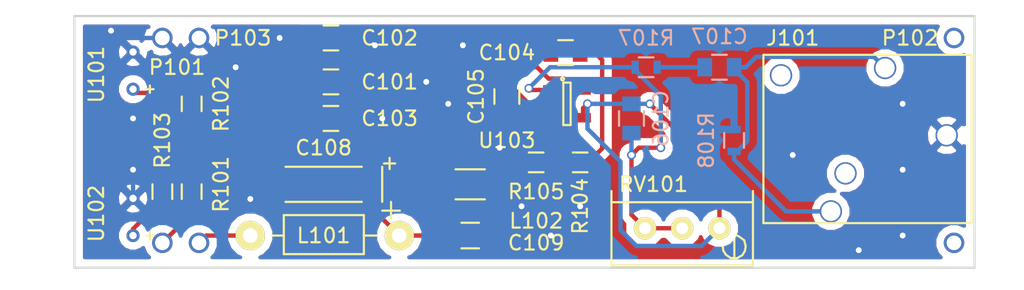
<source format=kicad_pcb>
(kicad_pcb (version 4) (host pcbnew 4.0.5)

  (general
    (links 43)
    (no_connects 0)
    (area 106.924999 71.924999 168.475001 89.275001)
    (thickness 1.6)
    (drawings 4)
    (tracks 173)
    (zones 0)
    (modules 26)
    (nets 13)
  )

  (page A4)
  (layers
    (0 F.Cu signal)
    (31 B.Cu signal)
    (32 B.Adhes user)
    (33 F.Adhes user)
    (34 B.Paste user)
    (35 F.Paste user)
    (36 B.SilkS user)
    (37 F.SilkS user)
    (38 B.Mask user)
    (39 F.Mask user)
    (40 Dwgs.User user)
    (41 Cmts.User user)
    (42 Eco1.User user)
    (43 Eco2.User user)
    (44 Edge.Cuts user)
    (45 Margin user)
    (46 B.CrtYd user)
    (47 F.CrtYd user)
    (48 B.Fab user hide)
    (49 F.Fab user hide)
  )

  (setup
    (last_trace_width 0.3)
    (trace_clearance 0.3)
    (zone_clearance 0.508)
    (zone_45_only no)
    (trace_min 0.2)
    (segment_width 0.2)
    (edge_width 0.15)
    (via_size 0.6)
    (via_drill 0.4)
    (via_min_size 0.4)
    (via_min_drill 0.3)
    (uvia_size 0.3)
    (uvia_drill 0.1)
    (uvias_allowed no)
    (uvia_min_size 0.2)
    (uvia_min_drill 0.1)
    (pcb_text_width 0.3)
    (pcb_text_size 1.5 1.5)
    (mod_edge_width 0.15)
    (mod_text_size 1 1)
    (mod_text_width 0.15)
    (pad_size 1.524 1.524)
    (pad_drill 0.762)
    (pad_to_mask_clearance 0.2)
    (aux_axis_origin 0 0)
    (visible_elements FFFFFF7F)
    (pcbplotparams
      (layerselection 0x010f0_80000001)
      (usegerberextensions false)
      (excludeedgelayer true)
      (linewidth 0.100000)
      (plotframeref false)
      (viasonmask false)
      (mode 1)
      (useauxorigin false)
      (hpglpennumber 1)
      (hpglpenspeed 20)
      (hpglpendiameter 15)
      (hpglpenoverlay 2)
      (psnegative false)
      (psa4output false)
      (plotreference true)
      (plotvalue true)
      (plotinvisibletext false)
      (padsonsilk false)
      (subtractmaskfromsilk false)
      (outputformat 1)
      (mirror false)
      (drillshape 0)
      (scaleselection 1)
      (outputdirectory gerber))
  )

  (net 0 "")
  (net 1 "Net-(C101-Pad1)")
  (net 2 "Net-(C101-Pad2)")
  (net 3 "Net-(C102-Pad2)")
  (net 4 "Net-(C103-Pad2)")
  (net 5 GND)
  (net 6 +9V)
  (net 7 "Net-(C105-Pad1)")
  (net 8 "Net-(C106-Pad1)")
  (net 9 "Net-(C107-Pad1)")
  (net 10 "Net-(C107-Pad2)")
  (net 11 "Net-(C108-Pad1)")
  (net 12 "Net-(L101-Pad1)")

  (net_class Default "This is the default net class."
    (clearance 0.3)
    (trace_width 0.3)
    (via_dia 0.6)
    (via_drill 0.4)
    (uvia_dia 0.3)
    (uvia_drill 0.1)
    (add_net +9V)
    (add_net GND)
    (add_net "Net-(C101-Pad1)")
    (add_net "Net-(C101-Pad2)")
    (add_net "Net-(C102-Pad2)")
    (add_net "Net-(C103-Pad2)")
    (add_net "Net-(C105-Pad1)")
    (add_net "Net-(C106-Pad1)")
    (add_net "Net-(C107-Pad1)")
    (add_net "Net-(C107-Pad2)")
    (add_net "Net-(C108-Pad1)")
    (add_net "Net-(L101-Pad1)")
  )

  (module Capacitors_SMD:C_0805 (layer F.Cu) (tedit 5415D6EA) (tstamp 5895FB23)
    (at 124.5 76.5 180)
    (descr "Capacitor SMD 0805, reflow soldering, AVX (see smccp.pdf)")
    (tags "capacitor 0805")
    (path /5887B077)
    (attr smd)
    (fp_text reference C101 (at -4 0 180) (layer F.SilkS)
      (effects (font (size 1 1) (thickness 0.15)))
    )
    (fp_text value 2.2u (at 0 2.1 180) (layer F.Fab)
      (effects (font (size 1 1) (thickness 0.15)))
    )
    (fp_line (start -1.8 -1) (end 1.8 -1) (layer F.CrtYd) (width 0.05))
    (fp_line (start -1.8 1) (end 1.8 1) (layer F.CrtYd) (width 0.05))
    (fp_line (start -1.8 -1) (end -1.8 1) (layer F.CrtYd) (width 0.05))
    (fp_line (start 1.8 -1) (end 1.8 1) (layer F.CrtYd) (width 0.05))
    (fp_line (start 0.5 -0.85) (end -0.5 -0.85) (layer F.SilkS) (width 0.15))
    (fp_line (start -0.5 0.85) (end 0.5 0.85) (layer F.SilkS) (width 0.15))
    (pad 1 smd rect (at -1 0 180) (size 1 1.25) (layers F.Cu F.Paste F.Mask)
      (net 1 "Net-(C101-Pad1)"))
    (pad 2 smd rect (at 1 0 180) (size 1 1.25) (layers F.Cu F.Paste F.Mask)
      (net 2 "Net-(C101-Pad2)"))
    (model Capacitors_SMD.3dshapes/C_0805.wrl
      (at (xyz 0 0 0))
      (scale (xyz 1 1 1))
      (rotate (xyz 0 0 0))
    )
  )

  (module Capacitors_SMD:C_0805 (layer F.Cu) (tedit 5415D6EA) (tstamp 5895FB29)
    (at 124.5 73.5 180)
    (descr "Capacitor SMD 0805, reflow soldering, AVX (see smccp.pdf)")
    (tags "capacitor 0805")
    (path /5895CA79)
    (attr smd)
    (fp_text reference C102 (at -4 0 180) (layer F.SilkS)
      (effects (font (size 1 1) (thickness 0.15)))
    )
    (fp_text value 2.2u (at 0 2.1 180) (layer F.Fab)
      (effects (font (size 1 1) (thickness 0.15)))
    )
    (fp_line (start -1.8 -1) (end 1.8 -1) (layer F.CrtYd) (width 0.05))
    (fp_line (start -1.8 1) (end 1.8 1) (layer F.CrtYd) (width 0.05))
    (fp_line (start -1.8 -1) (end -1.8 1) (layer F.CrtYd) (width 0.05))
    (fp_line (start 1.8 -1) (end 1.8 1) (layer F.CrtYd) (width 0.05))
    (fp_line (start 0.5 -0.85) (end -0.5 -0.85) (layer F.SilkS) (width 0.15))
    (fp_line (start -0.5 0.85) (end 0.5 0.85) (layer F.SilkS) (width 0.15))
    (pad 1 smd rect (at -1 0 180) (size 1 1.25) (layers F.Cu F.Paste F.Mask)
      (net 1 "Net-(C101-Pad1)"))
    (pad 2 smd rect (at 1 0 180) (size 1 1.25) (layers F.Cu F.Paste F.Mask)
      (net 3 "Net-(C102-Pad2)"))
    (model Capacitors_SMD.3dshapes/C_0805.wrl
      (at (xyz 0 0 0))
      (scale (xyz 1 1 1))
      (rotate (xyz 0 0 0))
    )
  )

  (module Capacitors_SMD:C_0805 (layer F.Cu) (tedit 5415D6EA) (tstamp 5895FB2F)
    (at 124.5 79 180)
    (descr "Capacitor SMD 0805, reflow soldering, AVX (see smccp.pdf)")
    (tags "capacitor 0805")
    (path /5895E10D)
    (attr smd)
    (fp_text reference C103 (at -4 0 180) (layer F.SilkS)
      (effects (font (size 1 1) (thickness 0.15)))
    )
    (fp_text value 2.2u (at 0 2.1 180) (layer F.Fab)
      (effects (font (size 1 1) (thickness 0.15)))
    )
    (fp_line (start -1.8 -1) (end 1.8 -1) (layer F.CrtYd) (width 0.05))
    (fp_line (start -1.8 1) (end 1.8 1) (layer F.CrtYd) (width 0.05))
    (fp_line (start -1.8 -1) (end -1.8 1) (layer F.CrtYd) (width 0.05))
    (fp_line (start 1.8 -1) (end 1.8 1) (layer F.CrtYd) (width 0.05))
    (fp_line (start 0.5 -0.85) (end -0.5 -0.85) (layer F.SilkS) (width 0.15))
    (fp_line (start -0.5 0.85) (end 0.5 0.85) (layer F.SilkS) (width 0.15))
    (pad 1 smd rect (at -1 0 180) (size 1 1.25) (layers F.Cu F.Paste F.Mask)
      (net 1 "Net-(C101-Pad1)"))
    (pad 2 smd rect (at 1 0 180) (size 1 1.25) (layers F.Cu F.Paste F.Mask)
      (net 4 "Net-(C103-Pad2)"))
    (model Capacitors_SMD.3dshapes/C_0805.wrl
      (at (xyz 0 0 0))
      (scale (xyz 1 1 1))
      (rotate (xyz 0 0 0))
    )
  )

  (module Capacitors_SMD:C_0805 (layer F.Cu) (tedit 5415D6EA) (tstamp 5895FB35)
    (at 140.5 74.5)
    (descr "Capacitor SMD 0805, reflow soldering, AVX (see smccp.pdf)")
    (tags "capacitor 0805")
    (path /5896477E)
    (attr smd)
    (fp_text reference C104 (at -4 0) (layer F.SilkS)
      (effects (font (size 1 1) (thickness 0.15)))
    )
    (fp_text value 10n (at 0 2.1) (layer F.Fab)
      (effects (font (size 1 1) (thickness 0.15)))
    )
    (fp_line (start -1.8 -1) (end 1.8 -1) (layer F.CrtYd) (width 0.05))
    (fp_line (start -1.8 1) (end 1.8 1) (layer F.CrtYd) (width 0.05))
    (fp_line (start -1.8 -1) (end -1.8 1) (layer F.CrtYd) (width 0.05))
    (fp_line (start 1.8 -1) (end 1.8 1) (layer F.CrtYd) (width 0.05))
    (fp_line (start 0.5 -0.85) (end -0.5 -0.85) (layer F.SilkS) (width 0.15))
    (fp_line (start -0.5 0.85) (end 0.5 0.85) (layer F.SilkS) (width 0.15))
    (pad 1 smd rect (at -1 0) (size 1 1.25) (layers F.Cu F.Paste F.Mask)
      (net 5 GND))
    (pad 2 smd rect (at 1 0) (size 1 1.25) (layers F.Cu F.Paste F.Mask)
      (net 6 +9V))
    (model Capacitors_SMD.3dshapes/C_0805.wrl
      (at (xyz 0 0 0))
      (scale (xyz 1 1 1))
      (rotate (xyz 0 0 0))
    )
  )

  (module Capacitors_SMD:C_0805 (layer F.Cu) (tedit 5415D6EA) (tstamp 5895FB3B)
    (at 136.5 77.5 90)
    (descr "Capacitor SMD 0805, reflow soldering, AVX (see smccp.pdf)")
    (tags "capacitor 0805")
    (path /5887B4FC)
    (attr smd)
    (fp_text reference C105 (at 0 -2.1 90) (layer F.SilkS)
      (effects (font (size 1 1) (thickness 0.15)))
    )
    (fp_text value 2.2u (at 0 2.1 90) (layer F.Fab)
      (effects (font (size 1 1) (thickness 0.15)))
    )
    (fp_line (start -1.8 -1) (end 1.8 -1) (layer F.CrtYd) (width 0.05))
    (fp_line (start -1.8 1) (end 1.8 1) (layer F.CrtYd) (width 0.05))
    (fp_line (start -1.8 -1) (end -1.8 1) (layer F.CrtYd) (width 0.05))
    (fp_line (start 1.8 -1) (end 1.8 1) (layer F.CrtYd) (width 0.05))
    (fp_line (start 0.5 -0.85) (end -0.5 -0.85) (layer F.SilkS) (width 0.15))
    (fp_line (start -0.5 0.85) (end 0.5 0.85) (layer F.SilkS) (width 0.15))
    (pad 1 smd rect (at -1 0 90) (size 1 1.25) (layers F.Cu F.Paste F.Mask)
      (net 7 "Net-(C105-Pad1)"))
    (pad 2 smd rect (at 1 0 90) (size 1 1.25) (layers F.Cu F.Paste F.Mask)
      (net 5 GND))
    (model Capacitors_SMD.3dshapes/C_0805.wrl
      (at (xyz 0 0 0))
      (scale (xyz 1 1 1))
      (rotate (xyz 0 0 0))
    )
  )

  (module Capacitors_SMD:C_0805 (layer B.Cu) (tedit 5415D6EA) (tstamp 5895FB41)
    (at 145 79 90)
    (descr "Capacitor SMD 0805, reflow soldering, AVX (see smccp.pdf)")
    (tags "capacitor 0805")
    (path /5887B1D8)
    (attr smd)
    (fp_text reference C106 (at 0 2 90) (layer B.SilkS)
      (effects (font (size 1 1) (thickness 0.15)) (justify mirror))
    )
    (fp_text value 16p (at 0 -2.1 90) (layer B.Fab)
      (effects (font (size 1 1) (thickness 0.15)) (justify mirror))
    )
    (fp_line (start -1.8 1) (end 1.8 1) (layer B.CrtYd) (width 0.05))
    (fp_line (start -1.8 -1) (end 1.8 -1) (layer B.CrtYd) (width 0.05))
    (fp_line (start -1.8 1) (end -1.8 -1) (layer B.CrtYd) (width 0.05))
    (fp_line (start 1.8 1) (end 1.8 -1) (layer B.CrtYd) (width 0.05))
    (fp_line (start 0.5 0.85) (end -0.5 0.85) (layer B.SilkS) (width 0.15))
    (fp_line (start -0.5 -0.85) (end 0.5 -0.85) (layer B.SilkS) (width 0.15))
    (pad 1 smd rect (at -1 0 90) (size 1 1.25) (layers B.Cu B.Paste B.Mask)
      (net 8 "Net-(C106-Pad1)"))
    (pad 2 smd rect (at 1 0 90) (size 1 1.25) (layers B.Cu B.Paste B.Mask)
      (net 1 "Net-(C101-Pad1)"))
    (model Capacitors_SMD.3dshapes/C_0805.wrl
      (at (xyz 0 0 0))
      (scale (xyz 1 1 1))
      (rotate (xyz 0 0 0))
    )
  )

  (module Capacitors_SMD:C_0805 (layer B.Cu) (tedit 5415D6EA) (tstamp 5895FB47)
    (at 151 75.5 180)
    (descr "Capacitor SMD 0805, reflow soldering, AVX (see smccp.pdf)")
    (tags "capacitor 0805")
    (path /5887B729)
    (attr smd)
    (fp_text reference C107 (at 0 2.1 180) (layer B.SilkS)
      (effects (font (size 1 1) (thickness 0.15)) (justify mirror))
    )
    (fp_text value 2.2u (at 0 -2.1 180) (layer B.Fab)
      (effects (font (size 1 1) (thickness 0.15)) (justify mirror))
    )
    (fp_line (start -1.8 1) (end 1.8 1) (layer B.CrtYd) (width 0.05))
    (fp_line (start -1.8 -1) (end 1.8 -1) (layer B.CrtYd) (width 0.05))
    (fp_line (start -1.8 1) (end -1.8 -1) (layer B.CrtYd) (width 0.05))
    (fp_line (start 1.8 1) (end 1.8 -1) (layer B.CrtYd) (width 0.05))
    (fp_line (start 0.5 0.85) (end -0.5 0.85) (layer B.SilkS) (width 0.15))
    (fp_line (start -0.5 -0.85) (end 0.5 -0.85) (layer B.SilkS) (width 0.15))
    (pad 1 smd rect (at -1 0 180) (size 1 1.25) (layers B.Cu B.Paste B.Mask)
      (net 9 "Net-(C107-Pad1)"))
    (pad 2 smd rect (at 1 0 180) (size 1 1.25) (layers B.Cu B.Paste B.Mask)
      (net 10 "Net-(C107-Pad2)"))
    (model Capacitors_SMD.3dshapes/C_0805.wrl
      (at (xyz 0 0 0))
      (scale (xyz 1 1 1))
      (rotate (xyz 0 0 0))
    )
  )

  (module Capacitors_Tantalum_SMD:TantalC_SizeA_EIA-3216_HandSoldering (layer F.Cu) (tedit 0) (tstamp 5895FB4D)
    (at 124 83.5 180)
    (descr "Tantal Cap. , Size A, EIA-3216, Hand Soldering,")
    (tags "Tantal Cap. , Size A, EIA-3216, Hand Soldering,")
    (path /58960D7C)
    (attr smd)
    (fp_text reference C108 (at 0 2.5 180) (layer F.SilkS)
      (effects (font (size 1 1) (thickness 0.15)))
    )
    (fp_text value 10u (at -0.09906 3.0988 180) (layer F.Fab)
      (effects (font (size 1 1) (thickness 0.15)))
    )
    (fp_text user + (at -4.5 1.5 180) (layer F.SilkS)
      (effects (font (size 1 1) (thickness 0.15)))
    )
    (fp_line (start -2.60096 1.19888) (end 2.60096 1.19888) (layer F.SilkS) (width 0.15))
    (fp_line (start 2.60096 -1.19888) (end -2.60096 -1.19888) (layer F.SilkS) (width 0.15))
    (fp_line (start -4.59994 -2.2987) (end -4.59994 -1.19888) (layer F.SilkS) (width 0.15))
    (fp_line (start -5.19938 -1.79832) (end -4.0005 -1.79832) (layer F.SilkS) (width 0.15))
    (fp_line (start -3.99542 -1.19888) (end -3.99542 1.19888) (layer F.SilkS) (width 0.15))
    (pad 2 smd rect (at 1.99898 0 180) (size 2.99974 1.50114) (layers F.Cu F.Paste F.Mask)
      (net 5 GND))
    (pad 1 smd rect (at -1.99898 0 180) (size 2.99974 1.50114) (layers F.Cu F.Paste F.Mask)
      (net 11 "Net-(C108-Pad1)"))
    (model Capacitors_Tantalum_SMD.3dshapes/TantalC_SizeA_EIA-3216_HandSoldering.wrl
      (at (xyz 0 0 0))
      (scale (xyz 1 1 1))
      (rotate (xyz 0 0 180))
    )
  )

  (module Capacitors_SMD:C_1206 (layer F.Cu) (tedit 5415D7BD) (tstamp 5895FB53)
    (at 134 83.5 180)
    (descr "Capacitor SMD 1206, reflow soldering, AVX (see smccp.pdf)")
    (tags "capacitor 1206")
    (path /5896F0E1)
    (attr smd)
    (fp_text reference C109 (at -4.5 -4 180) (layer F.SilkS)
      (effects (font (size 1 1) (thickness 0.15)))
    )
    (fp_text value 100n (at 0 2.3 180) (layer F.Fab)
      (effects (font (size 1 1) (thickness 0.15)))
    )
    (fp_line (start -2.3 -1.15) (end 2.3 -1.15) (layer F.CrtYd) (width 0.05))
    (fp_line (start -2.3 1.15) (end 2.3 1.15) (layer F.CrtYd) (width 0.05))
    (fp_line (start -2.3 -1.15) (end -2.3 1.15) (layer F.CrtYd) (width 0.05))
    (fp_line (start 2.3 -1.15) (end 2.3 1.15) (layer F.CrtYd) (width 0.05))
    (fp_line (start 1 -1.025) (end -1 -1.025) (layer F.SilkS) (width 0.15))
    (fp_line (start -1 1.025) (end 1 1.025) (layer F.SilkS) (width 0.15))
    (pad 1 smd rect (at -1.5 0 180) (size 1 1.6) (layers F.Cu F.Paste F.Mask)
      (net 6 +9V))
    (pad 2 smd rect (at 1.5 0 180) (size 1 1.6) (layers F.Cu F.Paste F.Mask)
      (net 5 GND))
    (model Capacitors_SMD.3dshapes/C_1206.wrl
      (at (xyz 0 0 0))
      (scale (xyz 1 1 1))
      (rotate (xyz 0 0 0))
    )
  )

  (module PJ-324:PJ-324 (layer F.Cu) (tedit 5894ED01) (tstamp 5895FB5C)
    (at 168.2 86.15 180)
    (path /5894F437)
    (fp_text reference J101 (at 12.2 12.65 180) (layer F.SilkS)
      (effects (font (size 1 1) (thickness 0.15)))
    )
    (fp_text value PJ-324 (at 2.8 12.7 180) (layer F.Fab)
      (effects (font (size 1 1) (thickness 0.15)))
    )
    (fp_line (start -3.2 9) (end 0 9) (layer F.CrtYd) (width 0.15))
    (fp_line (start -3.2 3) (end 0 3) (layer F.CrtYd) (width 0.15))
    (fp_line (start -3.5 8.7) (end -3.5 3.3) (layer F.CrtYd) (width 0.15))
    (fp_line (start -3.5 8.7) (end -3.2 9) (layer F.CrtYd) (width 0.15))
    (fp_line (start -3.5 3.3) (end -3.2 3) (layer F.CrtYd) (width 0.15))
    (fp_line (start 0 11.5) (end 0 0) (layer F.SilkS) (width 0.15))
    (fp_line (start 14.2 11.5) (end 0 11.5) (layer F.SilkS) (width 0.15))
    (fp_line (start 14.2 0) (end 14.2 11.5) (layer F.SilkS) (width 0.15))
    (fp_line (start 0 0) (end 14.2 0) (layer F.SilkS) (width 0.15))
    (pad 1 thru_hole circle (at 1.7 6 180) (size 1.524 1.524) (drill 1.3) (layers *.Cu *.Mask)
      (net 5 GND))
    (pad 5 thru_hole circle (at 5.9 10.6 180) (size 1.524 1.524) (drill 1.3) (layers *.Cu *.Mask)
      (net 9 "Net-(C107-Pad1)"))
    (pad 3 thru_hole circle (at 8.6 3.4 180) (size 1.524 1.524) (drill 1.3) (layers *.Cu *.Mask))
    (pad 2 thru_hole circle (at 9.6 0.8 180) (size 1.524 1.524) (drill 1.3) (layers *.Cu *.Mask)
      (net 9 "Net-(C107-Pad1)"))
    (pad 4 thru_hole circle (at 13 10.1 180) (size 1.524 1.524) (drill 1.3) (layers *.Cu *.Mask))
  )

  (module Choke_Axial_ThroughHole:Choke_Horizontal_RM10mm (layer F.Cu) (tedit 542A89AC) (tstamp 5895FB62)
    (at 124 87)
    (descr "Choke, Axial, 10mm")
    (tags "Choke, Axial, 10mm")
    (path /5896358B)
    (fp_text reference L101 (at 0 0) (layer F.SilkS)
      (effects (font (size 1 1) (thickness 0.15)))
    )
    (fp_text value 470uH (at 0 4.0005) (layer F.Fab)
      (effects (font (size 1 1) (thickness 0.15)))
    )
    (fp_line (start -2.71526 0) (end -3.47726 0) (layer F.SilkS) (width 0.15))
    (fp_line (start 2.74574 0) (end 3.63474 0) (layer F.SilkS) (width 0.15))
    (fp_line (start -2.71526 1.27) (end -2.71526 -1.397) (layer F.SilkS) (width 0.15))
    (fp_line (start -2.71526 -1.397) (end 2.74574 -1.397) (layer F.SilkS) (width 0.15))
    (fp_line (start 2.74574 -1.397) (end 2.74574 1.27) (layer F.SilkS) (width 0.15))
    (fp_line (start 2.74574 1.27) (end -2.71526 1.27) (layer F.SilkS) (width 0.15))
    (pad 1 thru_hole circle (at -5.00126 0) (size 1.99898 1.99898) (drill 1.00076) (layers *.Cu *.Mask F.SilkS)
      (net 12 "Net-(L101-Pad1)"))
    (pad 2 thru_hole circle (at 5.15874 0) (size 1.99898 1.99898) (drill 1.00076) (layers *.Cu *.Mask F.SilkS)
      (net 11 "Net-(C108-Pad1)"))
  )

  (module Resistors_SMD:R_0805_HandSoldering (layer F.Cu) (tedit 54189DEE) (tstamp 5895FB68)
    (at 134 87)
    (descr "Resistor SMD 0805, hand soldering")
    (tags "resistor 0805")
    (path /5896EBD2)
    (attr smd)
    (fp_text reference L102 (at 4.5 -1) (layer F.SilkS)
      (effects (font (size 1 1) (thickness 0.15)))
    )
    (fp_text value FILTER (at 0 2.1) (layer F.Fab)
      (effects (font (size 1 1) (thickness 0.15)))
    )
    (fp_line (start -2.4 -1) (end 2.4 -1) (layer F.CrtYd) (width 0.05))
    (fp_line (start -2.4 1) (end 2.4 1) (layer F.CrtYd) (width 0.05))
    (fp_line (start -2.4 -1) (end -2.4 1) (layer F.CrtYd) (width 0.05))
    (fp_line (start 2.4 -1) (end 2.4 1) (layer F.CrtYd) (width 0.05))
    (fp_line (start 0.6 0.875) (end -0.6 0.875) (layer F.SilkS) (width 0.15))
    (fp_line (start -0.6 -0.875) (end 0.6 -0.875) (layer F.SilkS) (width 0.15))
    (pad 1 smd rect (at -1.35 0) (size 1.5 1.3) (layers F.Cu F.Paste F.Mask)
      (net 11 "Net-(C108-Pad1)"))
    (pad 2 smd rect (at 1.35 0) (size 1.5 1.3) (layers F.Cu F.Paste F.Mask)
      (net 6 +9V))
    (model Resistors_SMD.3dshapes/R_0805_HandSoldering.wrl
      (at (xyz 0 0 0))
      (scale (xyz 1 1 1))
      (rotate (xyz 0 0 0))
    )
  )

  (module Resistors_SMD:R_0603 (layer F.Cu) (tedit 5415CC62) (tstamp 5895FB80)
    (at 115 84 270)
    (descr "Resistor SMD 0603, reflow soldering, Vishay (see dcrcw.pdf)")
    (tags "resistor 0603")
    (path /5895DE04)
    (attr smd)
    (fp_text reference R101 (at -0.5 -2 270) (layer F.SilkS)
      (effects (font (size 1 1) (thickness 0.15)))
    )
    (fp_text value 14k (at 0 1.9 270) (layer F.Fab)
      (effects (font (size 1 1) (thickness 0.15)))
    )
    (fp_line (start -1.3 -0.8) (end 1.3 -0.8) (layer F.CrtYd) (width 0.05))
    (fp_line (start -1.3 0.8) (end 1.3 0.8) (layer F.CrtYd) (width 0.05))
    (fp_line (start -1.3 -0.8) (end -1.3 0.8) (layer F.CrtYd) (width 0.05))
    (fp_line (start 1.3 -0.8) (end 1.3 0.8) (layer F.CrtYd) (width 0.05))
    (fp_line (start 0.5 0.675) (end -0.5 0.675) (layer F.SilkS) (width 0.15))
    (fp_line (start -0.5 -0.675) (end 0.5 -0.675) (layer F.SilkS) (width 0.15))
    (pad 1 smd rect (at -0.75 0 270) (size 0.5 0.9) (layers F.Cu F.Paste F.Mask)
      (net 6 +9V))
    (pad 2 smd rect (at 0.75 0 270) (size 0.5 0.9) (layers F.Cu F.Paste F.Mask)
      (net 4 "Net-(C103-Pad2)"))
    (model Resistors_SMD.3dshapes/R_0603.wrl
      (at (xyz 0 0 0))
      (scale (xyz 1 1 1))
      (rotate (xyz 0 0 0))
    )
  )

  (module Resistors_SMD:R_0603 (layer F.Cu) (tedit 5415CC62) (tstamp 5895FB86)
    (at 115 78 90)
    (descr "Resistor SMD 0603, reflow soldering, Vishay (see dcrcw.pdf)")
    (tags "resistor 0603")
    (path /5895CD41)
    (attr smd)
    (fp_text reference R102 (at 0 2 90) (layer F.SilkS)
      (effects (font (size 1 1) (thickness 0.15)))
    )
    (fp_text value 14k (at 0 1.9 90) (layer F.Fab)
      (effects (font (size 1 1) (thickness 0.15)))
    )
    (fp_line (start -1.3 -0.8) (end 1.3 -0.8) (layer F.CrtYd) (width 0.05))
    (fp_line (start -1.3 0.8) (end 1.3 0.8) (layer F.CrtYd) (width 0.05))
    (fp_line (start -1.3 -0.8) (end -1.3 0.8) (layer F.CrtYd) (width 0.05))
    (fp_line (start 1.3 -0.8) (end 1.3 0.8) (layer F.CrtYd) (width 0.05))
    (fp_line (start 0.5 0.675) (end -0.5 0.675) (layer F.SilkS) (width 0.15))
    (fp_line (start -0.5 -0.675) (end 0.5 -0.675) (layer F.SilkS) (width 0.15))
    (pad 1 smd rect (at -0.75 0 90) (size 0.5 0.9) (layers F.Cu F.Paste F.Mask)
      (net 6 +9V))
    (pad 2 smd rect (at 0.75 0 90) (size 0.5 0.9) (layers F.Cu F.Paste F.Mask)
      (net 3 "Net-(C102-Pad2)"))
    (model Resistors_SMD.3dshapes/R_0603.wrl
      (at (xyz 0 0 0))
      (scale (xyz 1 1 1))
      (rotate (xyz 0 0 0))
    )
  )

  (module Resistors_SMD:R_0603 (layer F.Cu) (tedit 5415CC62) (tstamp 5895FB8C)
    (at 113 84 270)
    (descr "Resistor SMD 0603, reflow soldering, Vishay (see dcrcw.pdf)")
    (tags "resistor 0603")
    (path /5887B03C)
    (attr smd)
    (fp_text reference R103 (at -3.5 0 270) (layer F.SilkS)
      (effects (font (size 1 1) (thickness 0.15)))
    )
    (fp_text value 14k (at 0 1.9 270) (layer F.Fab)
      (effects (font (size 1 1) (thickness 0.15)))
    )
    (fp_line (start -1.3 -0.8) (end 1.3 -0.8) (layer F.CrtYd) (width 0.05))
    (fp_line (start -1.3 0.8) (end 1.3 0.8) (layer F.CrtYd) (width 0.05))
    (fp_line (start -1.3 -0.8) (end -1.3 0.8) (layer F.CrtYd) (width 0.05))
    (fp_line (start 1.3 -0.8) (end 1.3 0.8) (layer F.CrtYd) (width 0.05))
    (fp_line (start 0.5 0.675) (end -0.5 0.675) (layer F.SilkS) (width 0.15))
    (fp_line (start -0.5 -0.675) (end 0.5 -0.675) (layer F.SilkS) (width 0.15))
    (pad 1 smd rect (at -0.75 0 270) (size 0.5 0.9) (layers F.Cu F.Paste F.Mask)
      (net 6 +9V))
    (pad 2 smd rect (at 0.75 0 270) (size 0.5 0.9) (layers F.Cu F.Paste F.Mask)
      (net 2 "Net-(C101-Pad2)"))
    (model Resistors_SMD.3dshapes/R_0603.wrl
      (at (xyz 0 0 0))
      (scale (xyz 1 1 1))
      (rotate (xyz 0 0 0))
    )
  )

  (module Resistors_SMD:R_0603 (layer F.Cu) (tedit 5415CC62) (tstamp 5895FB92)
    (at 141.5 82)
    (descr "Resistor SMD 0603, reflow soldering, Vishay (see dcrcw.pdf)")
    (tags "resistor 0603")
    (path /5887B36D)
    (attr smd)
    (fp_text reference R104 (at 0 3 90) (layer F.SilkS)
      (effects (font (size 1 1) (thickness 0.15)))
    )
    (fp_text value 100k (at 0 1.9) (layer F.Fab)
      (effects (font (size 1 1) (thickness 0.15)))
    )
    (fp_line (start -1.3 -0.8) (end 1.3 -0.8) (layer F.CrtYd) (width 0.05))
    (fp_line (start -1.3 0.8) (end 1.3 0.8) (layer F.CrtYd) (width 0.05))
    (fp_line (start -1.3 -0.8) (end -1.3 0.8) (layer F.CrtYd) (width 0.05))
    (fp_line (start 1.3 -0.8) (end 1.3 0.8) (layer F.CrtYd) (width 0.05))
    (fp_line (start 0.5 0.675) (end -0.5 0.675) (layer F.SilkS) (width 0.15))
    (fp_line (start -0.5 -0.675) (end 0.5 -0.675) (layer F.SilkS) (width 0.15))
    (pad 1 smd rect (at -0.75 0) (size 0.5 0.9) (layers F.Cu F.Paste F.Mask)
      (net 7 "Net-(C105-Pad1)"))
    (pad 2 smd rect (at 0.75 0) (size 0.5 0.9) (layers F.Cu F.Paste F.Mask)
      (net 6 +9V))
    (model Resistors_SMD.3dshapes/R_0603.wrl
      (at (xyz 0 0 0))
      (scale (xyz 1 1 1))
      (rotate (xyz 0 0 0))
    )
  )

  (module Resistors_SMD:R_0603 (layer F.Cu) (tedit 5415CC62) (tstamp 5895FB98)
    (at 138.5 82)
    (descr "Resistor SMD 0603, reflow soldering, Vishay (see dcrcw.pdf)")
    (tags "resistor 0603")
    (path /5887B422)
    (attr smd)
    (fp_text reference R105 (at 0 2) (layer F.SilkS)
      (effects (font (size 1 1) (thickness 0.15)))
    )
    (fp_text value 100k (at 0 1.9) (layer F.Fab)
      (effects (font (size 1 1) (thickness 0.15)))
    )
    (fp_line (start -1.3 -0.8) (end 1.3 -0.8) (layer F.CrtYd) (width 0.05))
    (fp_line (start -1.3 0.8) (end 1.3 0.8) (layer F.CrtYd) (width 0.05))
    (fp_line (start -1.3 -0.8) (end -1.3 0.8) (layer F.CrtYd) (width 0.05))
    (fp_line (start 1.3 -0.8) (end 1.3 0.8) (layer F.CrtYd) (width 0.05))
    (fp_line (start 0.5 0.675) (end -0.5 0.675) (layer F.SilkS) (width 0.15))
    (fp_line (start -0.5 -0.675) (end 0.5 -0.675) (layer F.SilkS) (width 0.15))
    (pad 1 smd rect (at -0.75 0) (size 0.5 0.9) (layers F.Cu F.Paste F.Mask)
      (net 5 GND))
    (pad 2 smd rect (at 0.75 0) (size 0.5 0.9) (layers F.Cu F.Paste F.Mask)
      (net 7 "Net-(C105-Pad1)"))
    (model Resistors_SMD.3dshapes/R_0603.wrl
      (at (xyz 0 0 0))
      (scale (xyz 1 1 1))
      (rotate (xyz 0 0 0))
    )
  )

  (module Resistors_SMD:R_0603 (layer B.Cu) (tedit 5415CC62) (tstamp 5895FB9E)
    (at 146 75.5 180)
    (descr "Resistor SMD 0603, reflow soldering, Vishay (see dcrcw.pdf)")
    (tags "resistor 0603")
    (path /5887B6C9)
    (attr smd)
    (fp_text reference R107 (at 0 2 180) (layer B.SilkS)
      (effects (font (size 1 1) (thickness 0.15)) (justify mirror))
    )
    (fp_text value 50 (at 0 -1.9 180) (layer B.Fab)
      (effects (font (size 1 1) (thickness 0.15)) (justify mirror))
    )
    (fp_line (start -1.3 0.8) (end 1.3 0.8) (layer B.CrtYd) (width 0.05))
    (fp_line (start -1.3 -0.8) (end 1.3 -0.8) (layer B.CrtYd) (width 0.05))
    (fp_line (start -1.3 0.8) (end -1.3 -0.8) (layer B.CrtYd) (width 0.05))
    (fp_line (start 1.3 0.8) (end 1.3 -0.8) (layer B.CrtYd) (width 0.05))
    (fp_line (start 0.5 -0.675) (end -0.5 -0.675) (layer B.SilkS) (width 0.15))
    (fp_line (start -0.5 0.675) (end 0.5 0.675) (layer B.SilkS) (width 0.15))
    (pad 1 smd rect (at -0.75 0 180) (size 0.5 0.9) (layers B.Cu B.Paste B.Mask)
      (net 10 "Net-(C107-Pad2)"))
    (pad 2 smd rect (at 0.75 0 180) (size 0.5 0.9) (layers B.Cu B.Paste B.Mask)
      (net 8 "Net-(C106-Pad1)"))
    (model Resistors_SMD.3dshapes/R_0603.wrl
      (at (xyz 0 0 0))
      (scale (xyz 1 1 1))
      (rotate (xyz 0 0 0))
    )
  )

  (module Resistors_SMD:R_0603 (layer B.Cu) (tedit 5415CC62) (tstamp 5895FBA4)
    (at 152 80.5 270)
    (descr "Resistor SMD 0603, reflow soldering, Vishay (see dcrcw.pdf)")
    (tags "resistor 0603")
    (path /5887B95C)
    (attr smd)
    (fp_text reference R108 (at 0 1.9 270) (layer B.SilkS)
      (effects (font (size 1 1) (thickness 0.15)) (justify mirror))
    )
    (fp_text value 100k (at 0 -1.9 270) (layer B.Fab)
      (effects (font (size 1 1) (thickness 0.15)) (justify mirror))
    )
    (fp_line (start -1.3 0.8) (end 1.3 0.8) (layer B.CrtYd) (width 0.05))
    (fp_line (start -1.3 -0.8) (end 1.3 -0.8) (layer B.CrtYd) (width 0.05))
    (fp_line (start -1.3 0.8) (end -1.3 -0.8) (layer B.CrtYd) (width 0.05))
    (fp_line (start 1.3 0.8) (end 1.3 -0.8) (layer B.CrtYd) (width 0.05))
    (fp_line (start 0.5 -0.675) (end -0.5 -0.675) (layer B.SilkS) (width 0.15))
    (fp_line (start -0.5 0.675) (end 0.5 0.675) (layer B.SilkS) (width 0.15))
    (pad 1 smd rect (at -0.75 0 270) (size 0.5 0.9) (layers B.Cu B.Paste B.Mask)
      (net 5 GND))
    (pad 2 smd rect (at 0.75 0 270) (size 0.5 0.9) (layers B.Cu B.Paste B.Mask)
      (net 9 "Net-(C107-Pad1)"))
    (model Resistors_SMD.3dshapes/R_0603.wrl
      (at (xyz 0 0 0))
      (scale (xyz 1 1 1))
      (rotate (xyz 0 0 0))
    )
  )

  (module Potentiometers:Potentiometer_Bourns_3296W_3-8Zoll_Inline_ScrewUp (layer F.Cu) (tedit 54130B3D) (tstamp 5895FBAB)
    (at 151 86.5 90)
    (descr "3296, 3/8, Square, Trimpot, Trimming, Potentiometer, Bourns")
    (tags "3296, 3/8, Square, Trimpot, Trimming, Potentiometer, Bourns")
    (path /5895E62A)
    (fp_text reference RV101 (at 3 -4.5 180) (layer F.SilkS)
      (effects (font (size 1 1) (thickness 0.15)))
    )
    (fp_text value 100k (at 1.27 5.08 90) (layer F.Fab)
      (effects (font (size 1 1) (thickness 0.15)))
    )
    (fp_line (start -2.032 1.016) (end -0.762 1.016) (layer F.SilkS) (width 0.15))
    (fp_line (start -1.2827 0.2286) (end -1.5367 0.2667) (layer F.SilkS) (width 0.15))
    (fp_line (start -1.5367 0.2667) (end -1.8161 0.4445) (layer F.SilkS) (width 0.15))
    (fp_line (start -1.8161 0.4445) (end -2.032 0.762) (layer F.SilkS) (width 0.15))
    (fp_line (start -2.032 0.762) (end -2.0447 1.2065) (layer F.SilkS) (width 0.15))
    (fp_line (start -2.0447 1.2065) (end -1.8415 1.5621) (layer F.SilkS) (width 0.15))
    (fp_line (start -1.8415 1.5621) (end -1.5494 1.7399) (layer F.SilkS) (width 0.15))
    (fp_line (start -1.5494 1.7399) (end -1.2319 1.7907) (layer F.SilkS) (width 0.15))
    (fp_line (start -1.2319 1.7907) (end -0.8255 1.6891) (layer F.SilkS) (width 0.15))
    (fp_line (start -0.8255 1.6891) (end -0.5715 1.3462) (layer F.SilkS) (width 0.15))
    (fp_line (start -0.5715 1.3462) (end -0.4826 1.1684) (layer F.SilkS) (width 0.15))
    (fp_line (start 1.778 -7.366) (end 1.778 2.286) (layer F.SilkS) (width 0.15))
    (fp_line (start -1.27 2.286) (end -2.54 2.286) (layer F.SilkS) (width 0.15))
    (fp_line (start -2.54 2.286) (end -2.54 -7.366) (layer F.SilkS) (width 0.15))
    (fp_line (start -2.54 -7.366) (end 2.54 -7.366) (layer F.SilkS) (width 0.15))
    (fp_line (start 2.54 2.286) (end 0 2.286) (layer F.SilkS) (width 0.15))
    (fp_line (start 0 2.286) (end -1.27 2.286) (layer F.SilkS) (width 0.15))
    (pad 2 thru_hole circle (at 0 -2.54 90) (size 1.524 1.524) (drill 0.8128) (layers *.Cu *.Mask F.SilkS)
      (net 8 "Net-(C106-Pad1)"))
    (pad 3 thru_hole circle (at 0 -5.08 90) (size 1.524 1.524) (drill 0.8128) (layers *.Cu *.Mask F.SilkS)
      (net 8 "Net-(C106-Pad1)"))
    (pad 1 thru_hole circle (at 0 0 90) (size 1.524 1.524) (drill 0.8128) (layers *.Cu *.Mask F.SilkS)
      (net 1 "Net-(C101-Pad1)"))
    (model Potentiometers.3dshapes/Potentiometer_Bourns_3296W_3-8Zoll_Inline_ScrewUp.wrl
      (at (xyz 0 0 0))
      (scale (xyz 1 1 1))
      (rotate (xyz 0 0 0))
    )
  )

  (module CMIC:CMIC (layer F.Cu) (tedit 5895F93A) (tstamp 5895FBB1)
    (at 111 80.48 90)
    (path /5895EFCD)
    (fp_text reference U101 (at 4.48 -2.5 90) (layer F.SilkS)
      (effects (font (size 1 1) (thickness 0.15)))
    )
    (fp_text value CMIC (at 1.75 4 90) (layer F.Fab)
      (effects (font (size 1 1) (thickness 0.15)))
    )
    (fp_line (start 6 -2) (end 6 -1) (layer F.CrtYd) (width 0.15))
    (fp_line (start 3.5 -2) (end 3.5 -1) (layer F.CrtYd) (width 0.15))
    (fp_line (start 9.5 -2) (end 0 -2) (layer F.CrtYd) (width 0.15))
    (fp_line (start 9.5 -9) (end 9.5 -2) (layer F.CrtYd) (width 0.15))
    (fp_line (start 0 -9) (end 9.5 -9) (layer F.CrtYd) (width 0.15))
    (fp_line (start 0 -2) (end 0 -9) (layer F.CrtYd) (width 0.15))
    (fp_line (start 3.48 1.4) (end 3.48 0.9) (layer F.SilkS) (width 0.15))
    (fp_line (start 3.23 1.15) (end 3.73 1.15) (layer F.SilkS) (width 0.15))
    (pad 2 thru_hole circle (at 6.02 0 90) (size 0.9 0.9) (drill 0.5) (layers *.Cu *.Mask)
      (net 5 GND))
    (pad 1 thru_hole circle (at 3.48 0 90) (size 0.9 0.9) (drill 0.5) (layers *.Cu *.Mask)
      (net 3 "Net-(C102-Pad2)"))
  )

  (module CMIC:CMIC (layer F.Cu) (tedit 5895F93A) (tstamp 5895FBB7)
    (at 111 90.48 90)
    (path /5895E98C)
    (fp_text reference U102 (at 4.98 -2.5 90) (layer F.SilkS)
      (effects (font (size 1 1) (thickness 0.15)))
    )
    (fp_text value CMIC (at 1.75 4 90) (layer F.Fab)
      (effects (font (size 1 1) (thickness 0.15)))
    )
    (fp_line (start 6 -2) (end 6 -1) (layer F.CrtYd) (width 0.15))
    (fp_line (start 3.5 -2) (end 3.5 -1) (layer F.CrtYd) (width 0.15))
    (fp_line (start 9.5 -2) (end 0 -2) (layer F.CrtYd) (width 0.15))
    (fp_line (start 9.5 -9) (end 9.5 -2) (layer F.CrtYd) (width 0.15))
    (fp_line (start 0 -9) (end 9.5 -9) (layer F.CrtYd) (width 0.15))
    (fp_line (start 0 -2) (end 0 -9) (layer F.CrtYd) (width 0.15))
    (fp_line (start 3.48 1.4) (end 3.48 0.9) (layer F.SilkS) (width 0.15))
    (fp_line (start 3.23 1.15) (end 3.73 1.15) (layer F.SilkS) (width 0.15))
    (pad 2 thru_hole circle (at 6.02 0 90) (size 0.9 0.9) (drill 0.5) (layers *.Cu *.Mask)
      (net 5 GND))
    (pad 1 thru_hole circle (at 3.48 0 90) (size 0.9 0.9) (drill 0.5) (layers *.Cu *.Mask)
      (net 2 "Net-(C101-Pad2)"))
  )

  (module TO_SOT_Packages_SMD:SOT-23-5 (layer F.Cu) (tedit 55360473) (tstamp 5895FBC0)
    (at 140.6 78)
    (descr "5-pin SOT23 package")
    (tags SOT-23-5)
    (path /5887C0EA)
    (attr smd)
    (fp_text reference U103 (at -4.1 2.5) (layer F.SilkS)
      (effects (font (size 1 1) (thickness 0.15)))
    )
    (fp_text value OPA172 (at -0.05 2.35) (layer F.Fab)
      (effects (font (size 1 1) (thickness 0.15)))
    )
    (fp_line (start -1.8 -1.6) (end 1.8 -1.6) (layer F.CrtYd) (width 0.05))
    (fp_line (start 1.8 -1.6) (end 1.8 1.6) (layer F.CrtYd) (width 0.05))
    (fp_line (start 1.8 1.6) (end -1.8 1.6) (layer F.CrtYd) (width 0.05))
    (fp_line (start -1.8 1.6) (end -1.8 -1.6) (layer F.CrtYd) (width 0.05))
    (fp_circle (center -0.3 -1.7) (end -0.2 -1.7) (layer F.SilkS) (width 0.15))
    (fp_line (start 0.25 -1.45) (end -0.25 -1.45) (layer F.SilkS) (width 0.15))
    (fp_line (start 0.25 1.45) (end 0.25 -1.45) (layer F.SilkS) (width 0.15))
    (fp_line (start -0.25 1.45) (end 0.25 1.45) (layer F.SilkS) (width 0.15))
    (fp_line (start -0.25 -1.45) (end -0.25 1.45) (layer F.SilkS) (width 0.15))
    (pad 1 smd rect (at -1.1 -0.95) (size 1.06 0.65) (layers F.Cu F.Paste F.Mask)
      (net 8 "Net-(C106-Pad1)"))
    (pad 2 smd rect (at -1.1 0) (size 1.06 0.65) (layers F.Cu F.Paste F.Mask)
      (net 5 GND))
    (pad 3 smd rect (at -1.1 0.95) (size 1.06 0.65) (layers F.Cu F.Paste F.Mask)
      (net 7 "Net-(C105-Pad1)"))
    (pad 4 smd rect (at 1.1 0.95) (size 1.06 0.65) (layers F.Cu F.Paste F.Mask)
      (net 1 "Net-(C101-Pad1)"))
    (pad 5 smd rect (at 1.1 -0.95) (size 1.06 0.65) (layers F.Cu F.Paste F.Mask)
      (net 6 +9V))
    (model TO_SOT_Packages_SMD.3dshapes/SOT-23-5.wrl
      (at (xyz 0 0 0))
      (scale (xyz 1 1 1))
      (rotate (xyz 0 0 0))
    )
  )

  (module BOARD-CONNECT:BOARD-CONNECT (layer F.Cu) (tedit 5895F662) (tstamp 589AA450)
    (at 113 73)
    (path /589610F8)
    (fp_text reference P101 (at 1 2.5) (layer F.SilkS)
      (effects (font (size 1 1) (thickness 0.15)))
    )
    (fp_text value CONN_01X02 (at 6.35 -3.5) (layer F.Fab)
      (effects (font (size 1 1) (thickness 0.15)))
    )
    (pad 1 thru_hole circle (at 0 0.5) (size 1.4 1.4) (drill 1) (layers *.Cu *.Mask)
      (net 5 GND))
    (pad 2 thru_hole circle (at 0 14.5) (size 1.4 1.4) (drill 1) (layers *.Cu *.Mask)
      (net 4 "Net-(C103-Pad2)"))
  )

  (module BOARD-CONNECT:BOARD-CONNECT (layer F.Cu) (tedit 5895F662) (tstamp 589AA456)
    (at 167 73)
    (path /589727DA)
    (fp_text reference P102 (at -3 0.5) (layer F.SilkS)
      (effects (font (size 1 1) (thickness 0.15)))
    )
    (fp_text value CONN_01X02 (at 6.35 -3.5) (layer F.Fab)
      (effects (font (size 1 1) (thickness 0.15)))
    )
    (pad 1 thru_hole circle (at 0 0.5) (size 1.4 1.4) (drill 1) (layers *.Cu *.Mask))
    (pad 2 thru_hole circle (at 0 14.5) (size 1.4 1.4) (drill 1) (layers *.Cu *.Mask))
  )

  (module BOARD-CONNECT:BOARD-CONNECT (layer F.Cu) (tedit 5895F662) (tstamp 589AA45C)
    (at 115.5 73)
    (path /589683E6)
    (fp_text reference P103 (at 3 0.5) (layer F.SilkS)
      (effects (font (size 1 1) (thickness 0.15)))
    )
    (fp_text value CONN_01X02 (at 6.35 -3.5) (layer F.Fab)
      (effects (font (size 1 1) (thickness 0.15)))
    )
    (pad 1 thru_hole circle (at 0 0.5) (size 1.4 1.4) (drill 1) (layers *.Cu *.Mask)
      (net 5 GND))
    (pad 2 thru_hole circle (at 0 14.5) (size 1.4 1.4) (drill 1) (layers *.Cu *.Mask)
      (net 12 "Net-(L101-Pad1)"))
  )

  (gr_line (start 107 89.2) (end 107 72) (layer Edge.Cuts) (width 0.15))
  (gr_line (start 168.4 89.2) (end 107 89.2) (layer Edge.Cuts) (width 0.15))
  (gr_line (start 168.4 72) (end 168.4 89.2) (layer Edge.Cuts) (width 0.15))
  (gr_line (start 107 72) (end 168.4 72) (layer Edge.Cuts) (width 0.15))

  (segment (start 142 78) (end 142 79.7) (width 0.3) (layer B.Cu) (net 1))
  (segment (start 142 79.7) (end 144.25 81.95) (width 0.3) (layer B.Cu) (net 1))
  (segment (start 144.25 81.95) (end 144.25 86.623762) (width 0.3) (layer B.Cu) (net 1))
  (segment (start 144.25 86.623762) (end 145.338239 87.712001) (width 0.3) (layer B.Cu) (net 1))
  (segment (start 145.338239 87.712001) (end 149.787999 87.712001) (width 0.3) (layer B.Cu) (net 1))
  (segment (start 149.787999 87.712001) (end 150.238001 87.261999) (width 0.3) (layer B.Cu) (net 1))
  (segment (start 150.238001 87.261999) (end 151 86.5) (width 0.3) (layer B.Cu) (net 1))
  (segment (start 146.549989 78.305337) (end 146.24999 78.005338) (width 0.3) (layer F.Cu) (net 1))
  (segment (start 151 86.5) (end 151 82.755348) (width 0.3) (layer F.Cu) (net 1))
  (segment (start 151 82.755348) (end 146.549989 78.305337) (width 0.3) (layer F.Cu) (net 1))
  (segment (start 145 78) (end 146.244652 78) (width 0.3) (layer B.Cu) (net 1))
  (via (at 146.24999 78.005338) (size 0.6) (drill 0.4) (layers F.Cu B.Cu) (net 1))
  (segment (start 146.244652 78) (end 146.24999 78.005338) (width 0.3) (layer B.Cu) (net 1))
  (segment (start 125.5 79) (end 126.3 79) (width 0.3) (layer F.Cu) (net 1))
  (segment (start 126.3 79) (end 129.8 75.5) (width 0.3) (layer F.Cu) (net 1))
  (segment (start 129.8 75.5) (end 138.564998 75.5) (width 0.3) (layer F.Cu) (net 1))
  (segment (start 138.564998 75.5) (end 139.339997 76.274999) (width 0.3) (layer F.Cu) (net 1))
  (segment (start 139.339997 76.274999) (end 140.390001 76.274999) (width 0.3) (layer F.Cu) (net 1))
  (segment (start 140.719999 78.174999) (end 141.495 78.95) (width 0.3) (layer F.Cu) (net 1))
  (segment (start 140.390001 76.274999) (end 140.719999 76.604997) (width 0.3) (layer F.Cu) (net 1))
  (segment (start 140.719999 76.604997) (end 140.719999 78.174999) (width 0.3) (layer F.Cu) (net 1))
  (segment (start 141.495 78.95) (end 141.7 78.95) (width 0.3) (layer F.Cu) (net 1))
  (segment (start 125.5 76) (end 125.5 78.5) (width 0.3) (layer F.Cu) (net 1))
  (segment (start 125.5 73.5) (end 125.5 76) (width 0.3) (layer F.Cu) (net 1))
  (segment (start 142 78) (end 145 78) (width 0.3) (layer B.Cu) (net 1))
  (segment (start 141.7 78.95) (end 141.7 78.3) (width 0.3) (layer F.Cu) (net 1))
  (segment (start 141.7 78.3) (end 142 78) (width 0.3) (layer F.Cu) (net 1))
  (via (at 142 78) (size 0.6) (drill 0.4) (layers F.Cu B.Cu) (net 1))
  (segment (start 113 84.75) (end 113.2 84.75) (width 0.3) (layer F.Cu) (net 2))
  (segment (start 113.2 84.75) (end 113.900001 84.049999) (width 0.3) (layer F.Cu) (net 2))
  (segment (start 113.900001 84.049999) (end 116.075001 84.049999) (width 0.3) (layer F.Cu) (net 2))
  (segment (start 116.075001 84.049999) (end 123.5 76.625) (width 0.3) (layer F.Cu) (net 2))
  (segment (start 123.5 76.625) (end 123.5 76.5) (width 0.3) (layer F.Cu) (net 2))
  (segment (start 123.5 76) (end 123.5 76.125) (width 0.3) (layer F.Cu) (net 2))
  (segment (start 113 84.75) (end 112.8 84.75) (width 0.3) (layer F.Cu) (net 2))
  (segment (start 112.8 84.75) (end 111 86.55) (width 0.3) (layer F.Cu) (net 2))
  (segment (start 111 86.55) (end 111 87) (width 0.3) (layer F.Cu) (net 2))
  (segment (start 115 77.25) (end 111.25 77.25) (width 0.3) (layer F.Cu) (net 3))
  (segment (start 111.25 77.25) (end 111 77) (width 0.3) (layer F.Cu) (net 3))
  (segment (start 123.5 73.5) (end 123.5 73.625) (width 0.3) (layer F.Cu) (net 3))
  (segment (start 123.5 73.625) (end 119.875 77.25) (width 0.3) (layer F.Cu) (net 3))
  (segment (start 119.875 77.25) (end 115.75 77.25) (width 0.3) (layer F.Cu) (net 3))
  (segment (start 115.75 77.25) (end 115 77.25) (width 0.3) (layer F.Cu) (net 3))
  (segment (start 113 87.5) (end 115 85.5) (width 0.3) (layer F.Cu) (net 4))
  (segment (start 115 85.5) (end 115 84.75) (width 0.3) (layer F.Cu) (net 4))
  (segment (start 115 84.75) (end 116.45 84.75) (width 0.3) (layer F.Cu) (net 4))
  (segment (start 116.45 84.75) (end 122.2 79) (width 0.3) (layer F.Cu) (net 4))
  (segment (start 122.2 79) (end 123.5 79) (width 0.3) (layer F.Cu) (net 4))
  (segment (start 139.5 87) (end 141.5 85) (width 0.3) (layer B.Cu) (net 5))
  (via (at 141.5 85) (size 0.6) (drill 0.4) (layers F.Cu B.Cu) (net 5))
  (segment (start 137.5 85) (end 139.5 87) (width 0.3) (layer F.Cu) (net 5))
  (via (at 139.5 87) (size 0.6) (drill 0.4) (layers F.Cu B.Cu) (net 5))
  (segment (start 136 81) (end 137.5 82.5) (width 0.3) (layer B.Cu) (net 5))
  (segment (start 137.5 82.5) (end 137.5 85) (width 0.3) (layer B.Cu) (net 5))
  (via (at 137.5 85) (size 0.6) (drill 0.4) (layers F.Cu B.Cu) (net 5))
  (segment (start 137.75 82) (end 137 82) (width 0.3) (layer F.Cu) (net 5))
  (segment (start 137 82) (end 136 81) (width 0.3) (layer F.Cu) (net 5))
  (via (at 136 81) (size 0.6) (drill 0.4) (layers F.Cu B.Cu) (net 5))
  (segment (start 122.00102 83.5) (end 120 83.5) (width 0.3) (layer F.Cu) (net 5))
  (segment (start 120 83.5) (end 119 84.5) (width 0.3) (layer F.Cu) (net 5))
  (via (at 119 84.5) (size 0.6) (drill 0.4) (layers F.Cu B.Cu) (net 5))
  (segment (start 111 82.5) (end 111 79) (width 0.3) (layer F.Cu) (net 5))
  (via (at 111 79) (size 0.6) (drill 0.4) (layers F.Cu B.Cu) (net 5))
  (segment (start 111 84.46) (end 111 82.5) (width 0.3) (layer B.Cu) (net 5))
  (via (at 111 82.5) (size 0.6) (drill 0.4) (layers F.Cu B.Cu) (net 5))
  (segment (start 127.5 74) (end 133.5 74) (width 0.3) (layer F.Cu) (net 5))
  (via (at 133.5 74) (size 0.6) (drill 0.4) (layers F.Cu B.Cu) (net 5))
  (segment (start 128 79) (end 127.5 78.5) (width 0.3) (layer B.Cu) (net 5))
  (segment (start 127.5 78.5) (end 127.5 74) (width 0.3) (layer B.Cu) (net 5))
  (via (at 127.5 74) (size 0.6) (drill 0.4) (layers F.Cu B.Cu) (net 5))
  (segment (start 131 76.5) (end 130.5 76.5) (width 0.3) (layer F.Cu) (net 5))
  (segment (start 130.5 76.5) (end 128 79) (width 0.3) (layer F.Cu) (net 5))
  (via (at 128 79) (size 0.6) (drill 0.4) (layers F.Cu B.Cu) (net 5))
  (segment (start 132.5 78) (end 131 76.5) (width 0.3) (layer B.Cu) (net 5))
  (via (at 131 76.5) (size 0.6) (drill 0.4) (layers F.Cu B.Cu) (net 5))
  (segment (start 136.5 76.5) (end 134 76.5) (width 0.3) (layer F.Cu) (net 5))
  (segment (start 134 76.5) (end 132.5 78) (width 0.3) (layer F.Cu) (net 5))
  (via (at 132.5 78) (size 0.6) (drill 0.4) (layers F.Cu B.Cu) (net 5))
  (segment (start 113 73.5) (end 110 73.5) (width 0.3) (layer B.Cu) (net 5))
  (segment (start 110 73.5) (end 109.5 73) (width 0.3) (layer B.Cu) (net 5))
  (via (at 109.5 73) (size 0.6) (drill 0.4) (layers F.Cu B.Cu) (net 5))
  (segment (start 118 75.5) (end 119 75.5) (width 0.3) (layer F.Cu) (net 5))
  (segment (start 119 75.5) (end 121 73.5) (width 0.3) (layer F.Cu) (net 5))
  (via (at 121 73.5) (size 0.6) (drill 0.4) (layers F.Cu B.Cu) (net 5))
  (segment (start 115.5 73.5) (end 117.5 75.5) (width 0.3) (layer B.Cu) (net 5))
  (segment (start 117.5 75.5) (end 118 75.5) (width 0.3) (layer B.Cu) (net 5))
  (via (at 118 75.5) (size 0.6) (drill 0.4) (layers F.Cu B.Cu) (net 5))
  (segment (start 157 88) (end 156 87) (width 0.3) (layer F.Cu) (net 5))
  (segment (start 156 87) (end 156 81.5) (width 0.3) (layer F.Cu) (net 5))
  (via (at 156 81.5) (size 0.6) (drill 0.4) (layers F.Cu B.Cu) (net 5))
  (segment (start 160.5 88) (end 157 88) (width 0.3) (layer F.Cu) (net 5))
  (segment (start 163.5 87) (end 161.5 87) (width 0.3) (layer B.Cu) (net 5))
  (segment (start 161.5 87) (end 160.5 88) (width 0.3) (layer B.Cu) (net 5))
  (via (at 160.5 88) (size 0.6) (drill 0.4) (layers F.Cu B.Cu) (net 5))
  (segment (start 163.5 82.5) (end 163.5 87) (width 0.3) (layer F.Cu) (net 5))
  (via (at 163.5 87) (size 0.6) (drill 0.4) (layers F.Cu B.Cu) (net 5))
  (segment (start 163.5 78) (end 163.5 82.5) (width 0.3) (layer B.Cu) (net 5))
  (via (at 163.5 82.5) (size 0.6) (drill 0.4) (layers F.Cu B.Cu) (net 5))
  (segment (start 166.5 80.15) (end 164.35 78) (width 0.3) (layer F.Cu) (net 5))
  (segment (start 164.35 78) (end 163.5 78) (width 0.3) (layer F.Cu) (net 5))
  (via (at 163.5 78) (size 0.6) (drill 0.4) (layers F.Cu B.Cu) (net 5))
  (segment (start 139.5 78) (end 138 78) (width 0.3) (layer F.Cu) (net 5))
  (segment (start 138 78) (end 136.5 76.5) (width 0.3) (layer F.Cu) (net 5))
  (segment (start 135.5 83.5) (end 135.5 82.4) (width 0.3) (layer F.Cu) (net 6))
  (segment (start 115.75 78.75) (end 115 78.75) (width 0.3) (layer F.Cu) (net 6))
  (segment (start 135.5 82.4) (end 133.175001 80.075001) (width 0.3) (layer F.Cu) (net 6))
  (segment (start 123.935002 75) (end 122.973542 75) (width 0.3) (layer F.Cu) (net 6))
  (segment (start 133.175001 80.075001) (end 124.639999 80.075001) (width 0.3) (layer F.Cu) (net 6))
  (segment (start 119.223542 78.75) (end 115.75 78.75) (width 0.3) (layer F.Cu) (net 6))
  (segment (start 124.639999 80.075001) (end 124.450001 79.885003) (width 0.3) (layer F.Cu) (net 6))
  (segment (start 124.450001 75.514999) (end 123.935002 75) (width 0.3) (layer F.Cu) (net 6))
  (segment (start 122.973542 75) (end 119.223542 78.75) (width 0.3) (layer F.Cu) (net 6))
  (segment (start 124.450001 79.885003) (end 124.450001 75.514999) (width 0.3) (layer F.Cu) (net 6))
  (segment (start 143 81.05) (end 143 77) (width 0.3) (layer F.Cu) (net 6))
  (segment (start 141.7 77.05) (end 142.95 77.05) (width 0.3) (layer F.Cu) (net 6))
  (segment (start 143 77) (end 143 75) (width 0.3) (layer F.Cu) (net 6))
  (segment (start 142.95 77.05) (end 143 77) (width 0.3) (layer F.Cu) (net 6))
  (segment (start 142.25 82) (end 142.25 81.8) (width 0.3) (layer F.Cu) (net 6))
  (segment (start 142.25 81.8) (end 143 81.05) (width 0.3) (layer F.Cu) (net 6))
  (segment (start 143 75) (end 142.5 74.5) (width 0.3) (layer F.Cu) (net 6))
  (segment (start 142.5 74.5) (end 141.5 74.5) (width 0.3) (layer F.Cu) (net 6))
  (segment (start 135.5 83.5) (end 140.95 83.5) (width 0.3) (layer F.Cu) (net 6))
  (segment (start 140.95 83.5) (end 142.25 82.2) (width 0.3) (layer F.Cu) (net 6))
  (segment (start 142.25 82.2) (end 142.25 82) (width 0.3) (layer F.Cu) (net 6))
  (segment (start 135.35 87) (end 135.45 87) (width 0.3) (layer F.Cu) (net 6))
  (segment (start 135.45 87) (end 135.5 86.95) (width 0.3) (layer F.Cu) (net 6))
  (segment (start 135.5 84.6) (end 135.5 83.5) (width 0.3) (layer F.Cu) (net 6))
  (segment (start 135.5 86.95) (end 135.5 84.6) (width 0.3) (layer F.Cu) (net 6))
  (segment (start 115 78.75) (end 115 83.25) (width 0.3) (layer F.Cu) (net 6))
  (segment (start 113 83.25) (end 115 83.25) (width 0.3) (layer F.Cu) (net 6))
  (segment (start 139.25 82) (end 139.25 79.2) (width 0.3) (layer F.Cu) (net 7))
  (segment (start 139.25 79.2) (end 139.5 78.95) (width 0.3) (layer F.Cu) (net 7))
  (segment (start 139.25 82) (end 140.75 82) (width 0.3) (layer F.Cu) (net 7))
  (segment (start 136.5 78.5) (end 137.425 78.5) (width 0.3) (layer F.Cu) (net 7))
  (segment (start 138.67 78.95) (end 139.5 78.95) (width 0.3) (layer F.Cu) (net 7))
  (segment (start 137.425 78.5) (end 137.875 78.95) (width 0.3) (layer F.Cu) (net 7))
  (segment (start 137.875 78.95) (end 138.67 78.95) (width 0.3) (layer F.Cu) (net 7))
  (segment (start 148.46 86.5) (end 145.92 86.5) (width 0.3) (layer F.Cu) (net 8))
  (segment (start 147 81) (end 145.5 81) (width 0.3) (layer F.Cu) (net 8))
  (segment (start 145.5 81) (end 145 81.5) (width 0.3) (layer F.Cu) (net 8))
  (segment (start 147 80) (end 147 81) (width 0.3) (layer B.Cu) (net 8))
  (via (at 147 81) (size 0.6) (drill 0.4) (layers F.Cu B.Cu) (net 8))
  (segment (start 147 77.45) (end 147 80) (width 0.3) (layer B.Cu) (net 8))
  (segment (start 145.25 75.5) (end 145.25 75.7) (width 0.3) (layer B.Cu) (net 8))
  (segment (start 145.25 75.7) (end 147 77.45) (width 0.3) (layer B.Cu) (net 8))
  (segment (start 138.110676 77.05) (end 138 76.939324) (width 0.3) (layer F.Cu) (net 8))
  (segment (start 138.299999 76.639325) (end 138 76.939324) (width 0.3) (layer B.Cu) (net 8))
  (segment (start 139.439324 75.5) (end 138.299999 76.639325) (width 0.3) (layer B.Cu) (net 8))
  (segment (start 145.25 75.5) (end 139.439324 75.5) (width 0.3) (layer B.Cu) (net 8))
  (segment (start 139.5 77.05) (end 138.110676 77.05) (width 0.3) (layer F.Cu) (net 8))
  (via (at 138 76.939324) (size 0.6) (drill 0.4) (layers F.Cu B.Cu) (net 8))
  (segment (start 145 81.5) (end 145 85.58) (width 0.3) (layer F.Cu) (net 8))
  (segment (start 145 85.58) (end 145.92 86.5) (width 0.3) (layer F.Cu) (net 8))
  (segment (start 145 80) (end 145 81.5) (width 0.3) (layer B.Cu) (net 8))
  (via (at 145 81.5) (size 0.6) (drill 0.4) (layers F.Cu B.Cu) (net 8))
  (segment (start 162.3 75.55) (end 161.538001 74.788001) (width 0.3) (layer B.Cu) (net 9))
  (segment (start 161.538001 74.788001) (end 153.511999 74.788001) (width 0.3) (layer B.Cu) (net 9))
  (segment (start 153.511999 74.788001) (end 152.8 75.5) (width 0.3) (layer B.Cu) (net 9))
  (segment (start 152.8 75.5) (end 152 75.5) (width 0.3) (layer B.Cu) (net 9))
  (segment (start 158.6 85.35) (end 155.55 85.35) (width 0.3) (layer B.Cu) (net 9))
  (segment (start 155.55 85.35) (end 152 81.8) (width 0.3) (layer B.Cu) (net 9))
  (segment (start 152 81.8) (end 152 81.25) (width 0.3) (layer B.Cu) (net 9))
  (segment (start 152 75.5) (end 152 75.625) (width 0.3) (layer B.Cu) (net 9))
  (segment (start 152 75.625) (end 152.900001 76.525001) (width 0.3) (layer B.Cu) (net 9))
  (segment (start 152.900001 76.525001) (end 152.900001 80.549999) (width 0.3) (layer B.Cu) (net 9))
  (segment (start 152.900001 80.549999) (end 152.2 81.25) (width 0.3) (layer B.Cu) (net 9))
  (segment (start 152.2 81.25) (end 152 81.25) (width 0.3) (layer B.Cu) (net 9))
  (segment (start 146.75 75.5) (end 150 75.5) (width 0.3) (layer B.Cu) (net 10))
  (segment (start 129.15874 87) (end 132.65 87) (width 0.3) (layer F.Cu) (net 11))
  (segment (start 129.15874 87) (end 125.99898 83.84024) (width 0.3) (layer F.Cu) (net 11))
  (segment (start 125.99898 83.84024) (end 125.99898 83.5) (width 0.3) (layer F.Cu) (net 11))
  (segment (start 118.99874 87) (end 116 87) (width 0.3) (layer F.Cu) (net 12))
  (segment (start 116 87) (end 115.5 87.5) (width 0.3) (layer F.Cu) (net 12))

  (zone (net 5) (net_name GND) (layer B.Cu) (tstamp 0) (hatch edge 0.508)
    (connect_pads (clearance 0.508))
    (min_thickness 0.254)
    (fill yes (arc_segments 16) (thermal_gap 0.508) (thermal_bridge_width 0.508))
    (polygon
      (pts
        (xy 107 72) (xy 168.4 72) (xy 168.4 89.2) (xy 107 89.2)
      )
    )
    (filled_polygon
      (pts
        (xy 112.064723 72.744331) (xy 111.828958 72.806169) (xy 111.652581 73.307122) (xy 111.669075 73.611317) (xy 111.57414 73.706252)
        (xy 111.543197 73.496288) (xy 111.133052 73.361774) (xy 110.702651 73.394454) (xy 110.456803 73.496288) (xy 110.42586 73.706255)
        (xy 111 74.280395) (xy 111.014143 74.266253) (xy 111.193748 74.445858) (xy 111.179605 74.46) (xy 111.753745 75.03414)
        (xy 111.963712 75.003197) (xy 112.098226 74.593052) (xy 112.092196 74.51364) (xy 112.129082 74.550526) (xy 112.244331 74.435277)
        (xy 112.306169 74.671042) (xy 112.807122 74.847419) (xy 113.33744 74.818664) (xy 113.693831 74.671042) (xy 113.755669 74.435275)
        (xy 114.744331 74.435275) (xy 114.806169 74.671042) (xy 115.307122 74.847419) (xy 115.83744 74.818664) (xy 116.193831 74.671042)
        (xy 116.255669 74.435275) (xy 115.5 73.679605) (xy 114.744331 74.435275) (xy 113.755669 74.435275) (xy 113 73.679605)
        (xy 112.985858 73.693748) (xy 112.806252 73.514142) (xy 112.820395 73.5) (xy 112.806252 73.485858) (xy 112.985858 73.306252)
        (xy 113 73.320395) (xy 113.014142 73.306252) (xy 113.193748 73.485858) (xy 113.179605 73.5) (xy 113.935275 74.255669)
        (xy 114.171042 74.193831) (xy 114.243598 73.987754) (xy 114.328958 74.193831) (xy 114.564725 74.255669) (xy 115.320395 73.5)
        (xy 115.306252 73.485858) (xy 115.485858 73.306252) (xy 115.5 73.320395) (xy 115.514142 73.306252) (xy 115.693748 73.485858)
        (xy 115.679605 73.5) (xy 116.435275 74.255669) (xy 116.671042 74.193831) (xy 116.847419 73.692878) (xy 116.818664 73.16256)
        (xy 116.671042 72.806169) (xy 116.435277 72.744331) (xy 116.469608 72.71) (xy 165.901755 72.71) (xy 165.868902 72.742796)
        (xy 165.665232 73.233287) (xy 165.664769 73.764383) (xy 165.867582 74.255229) (xy 166.242796 74.631098) (xy 166.733287 74.834768)
        (xy 167.264383 74.835231) (xy 167.69 74.65937) (xy 167.69 79.409565) (xy 167.480213 79.349392) (xy 166.679605 80.15)
        (xy 167.480213 80.950608) (xy 167.69 80.890435) (xy 167.69 86.340996) (xy 167.266713 86.165232) (xy 166.735617 86.164769)
        (xy 166.244771 86.367582) (xy 165.868902 86.742796) (xy 165.665232 87.233287) (xy 165.664769 87.764383) (xy 165.867582 88.255229)
        (xy 166.101944 88.49) (xy 149.823195 88.49) (xy 150.088406 88.437246) (xy 150.343078 88.26708) (xy 150.715601 87.894557)
        (xy 150.7209 87.896757) (xy 151.276661 87.897242) (xy 151.790303 87.68501) (xy 152.183629 87.29237) (xy 152.396757 86.7791)
        (xy 152.397242 86.223339) (xy 152.18501 85.709697) (xy 151.79237 85.316371) (xy 151.2791 85.103243) (xy 150.723339 85.102758)
        (xy 150.209697 85.31499) (xy 149.816371 85.70763) (xy 149.730051 85.915512) (xy 149.64501 85.709697) (xy 149.25237 85.316371)
        (xy 148.7391 85.103243) (xy 148.183339 85.102758) (xy 147.669697 85.31499) (xy 147.276371 85.70763) (xy 147.190051 85.915512)
        (xy 147.10501 85.709697) (xy 146.71237 85.316371) (xy 146.1991 85.103243) (xy 145.643339 85.102758) (xy 145.129697 85.31499)
        (xy 145.035 85.409522) (xy 145.035 82.435031) (xy 145.185167 82.435162) (xy 145.528943 82.293117) (xy 145.792192 82.030327)
        (xy 145.934838 81.686799) (xy 145.935162 81.314833) (xy 145.848612 81.105365) (xy 145.860317 81.103162) (xy 146.065024 80.971437)
        (xy 146.064838 81.185167) (xy 146.206883 81.528943) (xy 146.469673 81.792192) (xy 146.813201 81.934838) (xy 147.185167 81.935162)
        (xy 147.528943 81.793117) (xy 147.792192 81.530327) (xy 147.934838 81.186799) (xy 147.935162 80.814833) (xy 147.793117 80.471057)
        (xy 147.785 80.462926) (xy 147.785 79.373691) (xy 150.915 79.373691) (xy 150.915 79.46625) (xy 151.07375 79.625)
        (xy 151.873 79.625) (xy 151.873 79.02375) (xy 151.71425 78.865) (xy 151.42369 78.865) (xy 151.190301 78.961673)
        (xy 151.011673 79.140302) (xy 150.915 79.373691) (xy 147.785 79.373691) (xy 147.785 77.45) (xy 147.725245 77.149594)
        (xy 147.555079 76.894921) (xy 147.216804 76.556646) (xy 147.235317 76.553162) (xy 147.451441 76.41409) (xy 147.539644 76.285)
        (xy 148.882666 76.285) (xy 148.896838 76.360317) (xy 149.03591 76.576441) (xy 149.24811 76.721431) (xy 149.5 76.77244)
        (xy 150.5 76.77244) (xy 150.735317 76.728162) (xy 150.951441 76.58909) (xy 150.999134 76.519289) (xy 151.03591 76.576441)
        (xy 151.24811 76.721431) (xy 151.5 76.77244) (xy 152.037282 76.77244) (xy 152.115001 76.850159) (xy 152.115001 79.897)
        (xy 151.873 79.897) (xy 151.873 79.875) (xy 151.07375 79.875) (xy 150.915 80.03375) (xy 150.915 80.126309)
        (xy 151.011673 80.359698) (xy 151.15291 80.500936) (xy 151.098559 80.53591) (xy 150.953569 80.74811) (xy 150.90256 81)
        (xy 150.90256 81.5) (xy 150.946838 81.735317) (xy 151.08591 81.951441) (xy 151.270166 82.077338) (xy 151.274755 82.100407)
        (xy 151.444921 82.355079) (xy 154.994921 85.905079) (xy 155.249593 86.075245) (xy 155.55 86.135) (xy 157.412799 86.135)
        (xy 157.41499 86.140303) (xy 157.80763 86.533629) (xy 158.3209 86.746757) (xy 158.876661 86.747242) (xy 159.390303 86.53501)
        (xy 159.783629 86.14237) (xy 159.996757 85.6291) (xy 159.997242 85.073339) (xy 159.78501 84.559697) (xy 159.39237 84.166371)
        (xy 159.345185 84.146778) (xy 159.876661 84.147242) (xy 160.390303 83.93501) (xy 160.783629 83.54237) (xy 160.996757 83.0291)
        (xy 160.997242 82.473339) (xy 160.78501 81.959697) (xy 160.39237 81.566371) (xy 159.8791 81.353243) (xy 159.323339 81.352758)
        (xy 158.809697 81.56499) (xy 158.416371 81.95763) (xy 158.203243 82.4709) (xy 158.202758 83.026661) (xy 158.41499 83.540303)
        (xy 158.80763 83.933629) (xy 158.854815 83.953222) (xy 158.323339 83.952758) (xy 157.809697 84.16499) (xy 157.416371 84.55763)
        (xy 157.413311 84.565) (xy 155.875158 84.565) (xy 153.049061 81.738903) (xy 153.09744 81.5) (xy 153.09744 81.462718)
        (xy 153.429945 81.130213) (xy 165.699392 81.130213) (xy 165.768857 81.372397) (xy 166.292302 81.559144) (xy 166.847368 81.531362)
        (xy 167.231143 81.372397) (xy 167.300608 81.130213) (xy 166.5 80.329605) (xy 165.699392 81.130213) (xy 153.429945 81.130213)
        (xy 153.45508 81.105078) (xy 153.625246 80.850405) (xy 153.685001 80.549999) (xy 153.685001 79.942302) (xy 165.090856 79.942302)
        (xy 165.118638 80.497368) (xy 165.277603 80.881143) (xy 165.519787 80.950608) (xy 166.320395 80.15) (xy 165.519787 79.349392)
        (xy 165.277603 79.418857) (xy 165.090856 79.942302) (xy 153.685001 79.942302) (xy 153.685001 79.169787) (xy 165.699392 79.169787)
        (xy 166.5 79.970395) (xy 167.300608 79.169787) (xy 167.231143 78.927603) (xy 166.707698 78.740856) (xy 166.152632 78.768638)
        (xy 165.768857 78.927603) (xy 165.699392 79.169787) (xy 153.685001 79.169787) (xy 153.685001 76.525006) (xy 153.685002 76.525001)
        (xy 153.625246 76.224595) (xy 153.45508 75.969922) (xy 153.447658 75.9625) (xy 153.837157 75.573001) (xy 153.885418 75.573001)
        (xy 153.803243 75.7709) (xy 153.802758 76.326661) (xy 154.01499 76.840303) (xy 154.40763 77.233629) (xy 154.9209 77.446757)
        (xy 155.476661 77.447242) (xy 155.990303 77.23501) (xy 156.383629 76.84237) (xy 156.596757 76.3291) (xy 156.597242 75.773339)
        (xy 156.514464 75.573001) (xy 160.902979 75.573001) (xy 160.902758 75.826661) (xy 161.11499 76.340303) (xy 161.50763 76.733629)
        (xy 162.0209 76.946757) (xy 162.576661 76.947242) (xy 163.090303 76.73501) (xy 163.483629 76.34237) (xy 163.696757 75.8291)
        (xy 163.697242 75.273339) (xy 163.48501 74.759697) (xy 163.09237 74.366371) (xy 162.5791 74.153243) (xy 162.023339 74.152758)
        (xy 161.9923 74.165583) (xy 161.838408 74.062756) (xy 161.538001 74.003001) (xy 153.512004 74.003001) (xy 153.511999 74.003)
        (xy 153.211593 74.062756) (xy 152.95692 74.232922) (xy 152.846577 74.343265) (xy 152.75189 74.278569) (xy 152.5 74.22756)
        (xy 151.5 74.22756) (xy 151.264683 74.271838) (xy 151.048559 74.41091) (xy 151.000866 74.480711) (xy 150.96409 74.423559)
        (xy 150.75189 74.278569) (xy 150.5 74.22756) (xy 149.5 74.22756) (xy 149.264683 74.271838) (xy 149.048559 74.41091)
        (xy 148.903569 74.62311) (xy 148.884961 74.715) (xy 147.539018 74.715) (xy 147.46409 74.598559) (xy 147.25189 74.453569)
        (xy 147 74.40256) (xy 146.5 74.40256) (xy 146.264683 74.446838) (xy 146.048559 74.58591) (xy 146.000866 74.655711)
        (xy 145.96409 74.598559) (xy 145.75189 74.453569) (xy 145.5 74.40256) (xy 145 74.40256) (xy 144.764683 74.446838)
        (xy 144.548559 74.58591) (xy 144.460356 74.715) (xy 139.439324 74.715) (xy 139.138918 74.774755) (xy 138.884245 74.944921)
        (xy 137.824995 76.004171) (xy 137.814833 76.004162) (xy 137.471057 76.146207) (xy 137.207808 76.408997) (xy 137.065162 76.752525)
        (xy 137.064838 77.124491) (xy 137.206883 77.468267) (xy 137.469673 77.731516) (xy 137.813201 77.874162) (xy 138.185167 77.874486)
        (xy 138.528943 77.732441) (xy 138.792192 77.469651) (xy 138.934838 77.126123) (xy 138.934848 77.114634) (xy 139.764482 76.285)
        (xy 144.460982 76.285) (xy 144.53591 76.401441) (xy 144.74811 76.546431) (xy 145 76.59744) (xy 145.037282 76.59744)
        (xy 145.292402 76.85256) (xy 144.375 76.85256) (xy 144.139683 76.896838) (xy 143.923559 77.03591) (xy 143.801192 77.215)
        (xy 142.537506 77.215) (xy 142.530327 77.207808) (xy 142.186799 77.065162) (xy 141.814833 77.064838) (xy 141.471057 77.206883)
        (xy 141.207808 77.469673) (xy 141.065162 77.813201) (xy 141.064838 78.185167) (xy 141.206883 78.528943) (xy 141.215 78.537074)
        (xy 141.215 79.7) (xy 141.274755 80.000407) (xy 141.444921 80.255079) (xy 143.465 82.275157) (xy 143.465 86.623762)
        (xy 143.524755 86.924169) (xy 143.694921 87.178841) (xy 144.78316 88.26708) (xy 145.037832 88.437246) (xy 145.303043 88.49)
        (xy 129.832814 88.49) (xy 130.083395 88.386462) (xy 130.543586 87.927073) (xy 130.792946 87.326547) (xy 130.793514 86.676306)
        (xy 130.545202 86.075345) (xy 130.085813 85.615154) (xy 129.485287 85.365794) (xy 128.835046 85.365226) (xy 128.234085 85.613538)
        (xy 127.773894 86.072927) (xy 127.524534 86.673453) (xy 127.523966 87.323694) (xy 127.772278 87.924655) (xy 128.231667 88.384846)
        (xy 128.484906 88.49) (xy 119.672814 88.49) (xy 119.923395 88.386462) (xy 120.383586 87.927073) (xy 120.632946 87.326547)
        (xy 120.633514 86.676306) (xy 120.385202 86.075345) (xy 119.925813 85.615154) (xy 119.325287 85.365794) (xy 118.675046 85.365226)
        (xy 118.074085 85.613538) (xy 117.613894 86.072927) (xy 117.364534 86.673453) (xy 117.363966 87.323694) (xy 117.612278 87.924655)
        (xy 118.071667 88.384846) (xy 118.324906 88.49) (xy 116.397896 88.49) (xy 116.631098 88.257204) (xy 116.834768 87.766713)
        (xy 116.835231 87.235617) (xy 116.632418 86.744771) (xy 116.257204 86.368902) (xy 115.766713 86.165232) (xy 115.235617 86.164769)
        (xy 114.744771 86.367582) (xy 114.368902 86.742796) (xy 114.249959 87.029242) (xy 114.132418 86.744771) (xy 113.757204 86.368902)
        (xy 113.266713 86.165232) (xy 112.735617 86.164769) (xy 112.244771 86.367582) (xy 112.009645 86.602299) (xy 111.920354 86.3862)
        (xy 111.615405 86.080718) (xy 111.216767 85.915189) (xy 110.785127 85.914812) (xy 110.3862 86.079646) (xy 110.080718 86.384595)
        (xy 109.915189 86.783233) (xy 109.914812 87.214873) (xy 110.079646 87.6138) (xy 110.384595 87.919282) (xy 110.783233 88.084811)
        (xy 111.214873 88.085188) (xy 111.6138 87.920354) (xy 111.695511 87.838785) (xy 111.867582 88.255229) (xy 112.101944 88.49)
        (xy 107.71 88.49) (xy 107.71 85.213745) (xy 110.42586 85.213745) (xy 110.456803 85.423712) (xy 110.866948 85.558226)
        (xy 111.297349 85.525546) (xy 111.543197 85.423712) (xy 111.57414 85.213745) (xy 111 84.639605) (xy 110.42586 85.213745)
        (xy 107.71 85.213745) (xy 107.71 84.326948) (xy 109.901774 84.326948) (xy 109.934454 84.757349) (xy 110.036288 85.003197)
        (xy 110.246255 85.03414) (xy 110.820395 84.46) (xy 111.179605 84.46) (xy 111.753745 85.03414) (xy 111.963712 85.003197)
        (xy 112.098226 84.593052) (xy 112.065546 84.162651) (xy 111.963712 83.916803) (xy 111.753745 83.88586) (xy 111.179605 84.46)
        (xy 110.820395 84.46) (xy 110.246255 83.88586) (xy 110.036288 83.916803) (xy 109.901774 84.326948) (xy 107.71 84.326948)
        (xy 107.71 83.706255) (xy 110.42586 83.706255) (xy 111 84.280395) (xy 111.57414 83.706255) (xy 111.543197 83.496288)
        (xy 111.133052 83.361774) (xy 110.702651 83.394454) (xy 110.456803 83.496288) (xy 110.42586 83.706255) (xy 107.71 83.706255)
        (xy 107.71 77.214873) (xy 109.914812 77.214873) (xy 110.079646 77.6138) (xy 110.384595 77.919282) (xy 110.783233 78.084811)
        (xy 111.214873 78.085188) (xy 111.6138 77.920354) (xy 111.919282 77.615405) (xy 112.084811 77.216767) (xy 112.085188 76.785127)
        (xy 111.920354 76.3862) (xy 111.615405 76.080718) (xy 111.216767 75.915189) (xy 110.785127 75.914812) (xy 110.3862 76.079646)
        (xy 110.080718 76.384595) (xy 109.915189 76.783233) (xy 109.914812 77.214873) (xy 107.71 77.214873) (xy 107.71 75.213745)
        (xy 110.42586 75.213745) (xy 110.456803 75.423712) (xy 110.866948 75.558226) (xy 111.297349 75.525546) (xy 111.543197 75.423712)
        (xy 111.57414 75.213745) (xy 111 74.639605) (xy 110.42586 75.213745) (xy 107.71 75.213745) (xy 107.71 74.326948)
        (xy 109.901774 74.326948) (xy 109.934454 74.757349) (xy 110.036288 75.003197) (xy 110.246255 75.03414) (xy 110.820395 74.46)
        (xy 110.246255 73.88586) (xy 110.036288 73.916803) (xy 109.901774 74.326948) (xy 107.71 74.326948) (xy 107.71 72.71)
        (xy 112.030392 72.71)
      )
    )
  )
  (zone (net 5) (net_name GND) (layer F.Cu) (tstamp 58961011) (hatch edge 0.508)
    (connect_pads (clearance 0.508))
    (min_thickness 0.254)
    (fill yes (arc_segments 16) (thermal_gap 0.508) (thermal_bridge_width 0.508))
    (polygon
      (pts
        (xy 107 72) (xy 168.4 72) (xy 168.4 89.2) (xy 107 89.2)
      )
    )
    (filled_polygon
      (pts
        (xy 165.868902 72.742796) (xy 165.665232 73.233287) (xy 165.664769 73.764383) (xy 165.867582 74.255229) (xy 166.242796 74.631098)
        (xy 166.733287 74.834768) (xy 167.264383 74.835231) (xy 167.69 74.65937) (xy 167.69 79.409565) (xy 167.480213 79.349392)
        (xy 166.679605 80.15) (xy 167.480213 80.950608) (xy 167.69 80.890435) (xy 167.69 86.340996) (xy 167.266713 86.165232)
        (xy 166.735617 86.164769) (xy 166.244771 86.367582) (xy 165.868902 86.742796) (xy 165.665232 87.233287) (xy 165.664769 87.764383)
        (xy 165.867582 88.255229) (xy 166.101944 88.49) (xy 129.832814 88.49) (xy 130.083395 88.386462) (xy 130.543586 87.927073)
        (xy 130.60258 87.785) (xy 131.277962 87.785) (xy 131.296838 87.885317) (xy 131.43591 88.101441) (xy 131.64811 88.246431)
        (xy 131.9 88.29744) (xy 133.4 88.29744) (xy 133.635317 88.253162) (xy 133.851441 88.11409) (xy 133.996431 87.90189)
        (xy 133.999081 87.888803) (xy 134.13591 88.101441) (xy 134.34811 88.246431) (xy 134.6 88.29744) (xy 136.1 88.29744)
        (xy 136.335317 88.253162) (xy 136.551441 88.11409) (xy 136.696431 87.90189) (xy 136.74744 87.65) (xy 136.74744 86.35)
        (xy 136.703162 86.114683) (xy 136.56409 85.898559) (xy 136.35189 85.753569) (xy 136.285 85.740023) (xy 136.285 84.871192)
        (xy 136.451441 84.76409) (xy 136.596431 84.55189) (xy 136.64744 84.3) (xy 136.64744 84.285) (xy 140.95 84.285)
        (xy 141.250407 84.225245) (xy 141.505079 84.055079) (xy 142.462718 83.09744) (xy 142.5 83.09744) (xy 142.735317 83.053162)
        (xy 142.951441 82.91409) (xy 143.096431 82.70189) (xy 143.14744 82.45) (xy 143.14744 82.012718) (xy 143.474991 81.685167)
        (xy 144.064838 81.685167) (xy 144.206883 82.028943) (xy 144.215 82.037074) (xy 144.215 85.58) (xy 144.274755 85.880407)
        (xy 144.444921 86.135079) (xy 144.525443 86.215601) (xy 144.523243 86.2209) (xy 144.522758 86.776661) (xy 144.73499 87.290303)
        (xy 145.12763 87.683629) (xy 145.6409 87.896757) (xy 146.196661 87.897242) (xy 146.710303 87.68501) (xy 147.103629 87.29237)
        (xy 147.106689 87.285) (xy 147.272799 87.285) (xy 147.27499 87.290303) (xy 147.66763 87.683629) (xy 148.1809 87.896757)
        (xy 148.736661 87.897242) (xy 149.250303 87.68501) (xy 149.643629 87.29237) (xy 149.729949 87.084488) (xy 149.81499 87.290303)
        (xy 150.20763 87.683629) (xy 150.7209 87.896757) (xy 151.276661 87.897242) (xy 151.790303 87.68501) (xy 152.183629 87.29237)
        (xy 152.396757 86.7791) (xy 152.397242 86.223339) (xy 152.18501 85.709697) (xy 152.102119 85.626661) (xy 157.202758 85.626661)
        (xy 157.41499 86.140303) (xy 157.80763 86.533629) (xy 158.3209 86.746757) (xy 158.876661 86.747242) (xy 159.390303 86.53501)
        (xy 159.783629 86.14237) (xy 159.996757 85.6291) (xy 159.997242 85.073339) (xy 159.78501 84.559697) (xy 159.39237 84.166371)
        (xy 159.345185 84.146778) (xy 159.876661 84.147242) (xy 160.390303 83.93501) (xy 160.783629 83.54237) (xy 160.996757 83.0291)
        (xy 160.997242 82.473339) (xy 160.78501 81.959697) (xy 160.39237 81.566371) (xy 159.8791 81.353243) (xy 159.323339 81.352758)
        (xy 158.809697 81.56499) (xy 158.416371 81.95763) (xy 158.203243 82.4709) (xy 158.202758 83.026661) (xy 158.41499 83.540303)
        (xy 158.80763 83.933629) (xy 158.854815 83.953222) (xy 158.323339 83.952758) (xy 157.809697 84.16499) (xy 157.416371 84.55763)
        (xy 157.203243 85.0709) (xy 157.202758 85.626661) (xy 152.102119 85.626661) (xy 151.79237 85.316371) (xy 151.785 85.313311)
        (xy 151.785 82.755348) (xy 151.725245 82.454942) (xy 151.555079 82.200269) (xy 150.485023 81.130213) (xy 165.699392 81.130213)
        (xy 165.768857 81.372397) (xy 166.292302 81.559144) (xy 166.847368 81.531362) (xy 167.231143 81.372397) (xy 167.300608 81.130213)
        (xy 166.5 80.329605) (xy 165.699392 81.130213) (xy 150.485023 81.130213) (xy 149.297112 79.942302) (xy 165.090856 79.942302)
        (xy 165.118638 80.497368) (xy 165.277603 80.881143) (xy 165.519787 80.950608) (xy 166.320395 80.15) (xy 165.519787 79.349392)
        (xy 165.277603 79.418857) (xy 165.090856 79.942302) (xy 149.297112 79.942302) (xy 148.524597 79.169787) (xy 165.699392 79.169787)
        (xy 166.5 79.970395) (xy 167.300608 79.169787) (xy 167.231143 78.927603) (xy 166.707698 78.740856) (xy 166.152632 78.768638)
        (xy 165.768857 78.927603) (xy 165.699392 79.169787) (xy 148.524597 79.169787) (xy 147.185143 77.830333) (xy 147.185152 77.820171)
        (xy 147.043107 77.476395) (xy 146.780317 77.213146) (xy 146.436789 77.0705) (xy 146.064823 77.070176) (xy 145.721047 77.212221)
        (xy 145.457798 77.475011) (xy 145.315152 77.818539) (xy 145.314828 78.190505) (xy 145.456873 78.534281) (xy 145.719663 78.79753)
        (xy 146.063191 78.940176) (xy 146.07468 78.940186) (xy 147.208786 80.074292) (xy 147.186799 80.065162) (xy 146.814833 80.064838)
        (xy 146.471057 80.206883) (xy 146.462926 80.215) (xy 145.5 80.215) (xy 145.199594 80.274755) (xy 144.944921 80.444921)
        (xy 144.824995 80.564847) (xy 144.814833 80.564838) (xy 144.471057 80.706883) (xy 144.207808 80.969673) (xy 144.065162 81.313201)
        (xy 144.064838 81.685167) (xy 143.474991 81.685167) (xy 143.555079 81.605079) (xy 143.725245 81.350407) (xy 143.785 81.05)
        (xy 143.785 76.326661) (xy 153.802758 76.326661) (xy 154.01499 76.840303) (xy 154.40763 77.233629) (xy 154.9209 77.446757)
        (xy 155.476661 77.447242) (xy 155.990303 77.23501) (xy 156.383629 76.84237) (xy 156.596757 76.3291) (xy 156.597195 75.826661)
        (xy 160.902758 75.826661) (xy 161.11499 76.340303) (xy 161.50763 76.733629) (xy 162.0209 76.946757) (xy 162.576661 76.947242)
        (xy 163.090303 76.73501) (xy 163.483629 76.34237) (xy 163.696757 75.8291) (xy 163.697242 75.273339) (xy 163.48501 74.759697)
        (xy 163.09237 74.366371) (xy 162.5791 74.153243) (xy 162.023339 74.152758) (xy 161.509697 74.36499) (xy 161.116371 74.75763)
        (xy 160.903243 75.2709) (xy 160.902758 75.826661) (xy 156.597195 75.826661) (xy 156.597242 75.773339) (xy 156.38501 75.259697)
        (xy 155.99237 74.866371) (xy 155.4791 74.653243) (xy 154.923339 74.652758) (xy 154.409697 74.86499) (xy 154.016371 75.25763)
        (xy 153.803243 75.7709) (xy 153.802758 76.326661) (xy 143.785 76.326661) (xy 143.785 75) (xy 143.725245 74.699594)
        (xy 143.555079 74.444921) (xy 143.055079 73.944921) (xy 142.800407 73.774755) (xy 142.621896 73.739247) (xy 142.603162 73.639683)
        (xy 142.46409 73.423559) (xy 142.25189 73.278569) (xy 142 73.22756) (xy 141 73.22756) (xy 140.764683 73.271838)
        (xy 140.548559 73.41091) (xy 140.502031 73.479006) (xy 140.359698 73.336673) (xy 140.126309 73.24) (xy 139.78575 73.24)
        (xy 139.627 73.39875) (xy 139.627 74.373) (xy 139.647 74.373) (xy 139.647 74.627) (xy 139.627 74.627)
        (xy 139.627 74.647) (xy 139.373 74.647) (xy 139.373 74.627) (xy 138.52375 74.627) (xy 138.43575 74.715)
        (xy 129.8 74.715) (xy 129.499594 74.774755) (xy 129.244921 74.944921) (xy 129.244919 74.944924) (xy 126.346577 77.843266)
        (xy 126.285 77.801192) (xy 126.285 77.696192) (xy 126.451441 77.58909) (xy 126.596431 77.37689) (xy 126.64744 77.125)
        (xy 126.64744 75.875) (xy 126.603162 75.639683) (xy 126.46409 75.423559) (xy 126.285 75.301192) (xy 126.285 74.696192)
        (xy 126.451441 74.58909) (xy 126.596431 74.37689) (xy 126.64744 74.125) (xy 126.64744 73.74869) (xy 138.365 73.74869)
        (xy 138.365 74.21425) (xy 138.52375 74.373) (xy 139.373 74.373) (xy 139.373 73.39875) (xy 139.21425 73.24)
        (xy 138.873691 73.24) (xy 138.640302 73.336673) (xy 138.461673 73.515301) (xy 138.365 73.74869) (xy 126.64744 73.74869)
        (xy 126.64744 72.875) (xy 126.616393 72.71) (xy 165.901755 72.71)
      )
    )
    (filled_polygon
      (pts
        (xy 112.064723 72.744331) (xy 111.828958 72.806169) (xy 111.652581 73.307122) (xy 111.669075 73.611317) (xy 111.57414 73.706252)
        (xy 111.543197 73.496288) (xy 111.133052 73.361774) (xy 110.702651 73.394454) (xy 110.456803 73.496288) (xy 110.42586 73.706255)
        (xy 111 74.280395) (xy 111.014143 74.266253) (xy 111.193748 74.445858) (xy 111.179605 74.46) (xy 111.753745 75.03414)
        (xy 111.963712 75.003197) (xy 112.098226 74.593052) (xy 112.092196 74.51364) (xy 112.129082 74.550526) (xy 112.244331 74.435277)
        (xy 112.306169 74.671042) (xy 112.807122 74.847419) (xy 113.33744 74.818664) (xy 113.693831 74.671042) (xy 113.755669 74.435275)
        (xy 114.744331 74.435275) (xy 114.806169 74.671042) (xy 115.307122 74.847419) (xy 115.83744 74.818664) (xy 116.193831 74.671042)
        (xy 116.255669 74.435275) (xy 115.5 73.679605) (xy 114.744331 74.435275) (xy 113.755669 74.435275) (xy 113 73.679605)
        (xy 112.985858 73.693748) (xy 112.806252 73.514142) (xy 112.820395 73.5) (xy 112.806252 73.485858) (xy 112.985858 73.306252)
        (xy 113 73.320395) (xy 113.014142 73.306252) (xy 113.193748 73.485858) (xy 113.179605 73.5) (xy 113.935275 74.255669)
        (xy 114.171042 74.193831) (xy 114.243598 73.987754) (xy 114.328958 74.193831) (xy 114.564725 74.255669) (xy 115.320395 73.5)
        (xy 115.306252 73.485858) (xy 115.485858 73.306252) (xy 115.5 73.320395) (xy 115.514142 73.306252) (xy 115.693748 73.485858)
        (xy 115.679605 73.5) (xy 116.435275 74.255669) (xy 116.671042 74.193831) (xy 116.847419 73.692878) (xy 116.818664 73.16256)
        (xy 116.671042 72.806169) (xy 116.435277 72.744331) (xy 116.469608 72.71) (xy 122.385973 72.71) (xy 122.35256 72.875)
        (xy 122.35256 73.662282) (xy 119.549842 76.465) (xy 115.791797 76.465) (xy 115.70189 76.403569) (xy 115.45 76.35256)
        (xy 114.55 76.35256) (xy 114.314683 76.396838) (xy 114.208756 76.465) (xy 111.952914 76.465) (xy 111.920354 76.3862)
        (xy 111.615405 76.080718) (xy 111.216767 75.915189) (xy 110.785127 75.914812) (xy 110.3862 76.079646) (xy 110.080718 76.384595)
        (xy 109.915189 76.783233) (xy 109.914812 77.214873) (xy 110.079646 77.6138) (xy 110.384595 77.919282) (xy 110.783233 78.084811)
        (xy 111.214873 78.085188) (xy 111.336337 78.035) (xy 114.099973 78.035) (xy 114.098559 78.03591) (xy 113.953569 78.24811)
        (xy 113.90256 78.5) (xy 113.90256 79) (xy 113.946838 79.235317) (xy 114.08591 79.451441) (xy 114.215 79.539644)
        (xy 114.215 82.460982) (xy 114.208756 82.465) (xy 113.791797 82.465) (xy 113.70189 82.403569) (xy 113.45 82.35256)
        (xy 112.55 82.35256) (xy 112.314683 82.396838) (xy 112.098559 82.53591) (xy 111.953569 82.74811) (xy 111.90256 83)
        (xy 111.90256 83.5) (xy 111.946838 83.735317) (xy 112.08591 83.951441) (xy 112.155711 83.999134) (xy 112.098559 84.03591)
        (xy 112.045322 84.113825) (xy 111.963712 83.916803) (xy 111.753745 83.88586) (xy 111.179605 84.46) (xy 111.193748 84.474143)
        (xy 111.014143 84.653748) (xy 111 84.639605) (xy 110.42586 85.213745) (xy 110.456803 85.423712) (xy 110.866948 85.558226)
        (xy 110.882821 85.557021) (xy 110.444921 85.994921) (xy 110.389114 86.078442) (xy 110.3862 86.079646) (xy 110.080718 86.384595)
        (xy 109.915189 86.783233) (xy 109.914812 87.214873) (xy 110.079646 87.6138) (xy 110.384595 87.919282) (xy 110.783233 88.084811)
        (xy 111.214873 88.085188) (xy 111.6138 87.920354) (xy 111.695511 87.838785) (xy 111.867582 88.255229) (xy 112.101944 88.49)
        (xy 107.71 88.49) (xy 107.71 84.326948) (xy 109.901774 84.326948) (xy 109.934454 84.757349) (xy 110.036288 85.003197)
        (xy 110.246255 85.03414) (xy 110.820395 84.46) (xy 110.246255 83.88586) (xy 110.036288 83.916803) (xy 109.901774 84.326948)
        (xy 107.71 84.326948) (xy 107.71 83.706255) (xy 110.42586 83.706255) (xy 111 84.280395) (xy 111.57414 83.706255)
        (xy 111.543197 83.496288) (xy 111.133052 83.361774) (xy 110.702651 83.394454) (xy 110.456803 83.496288) (xy 110.42586 83.706255)
        (xy 107.71 83.706255) (xy 107.71 75.213745) (xy 110.42586 75.213745) (xy 110.456803 75.423712) (xy 110.866948 75.558226)
        (xy 111.297349 75.525546) (xy 111.543197 75.423712) (xy 111.57414 75.213745) (xy 111 74.639605) (xy 110.42586 75.213745)
        (xy 107.71 75.213745) (xy 107.71 74.326948) (xy 109.901774 74.326948) (xy 109.934454 74.757349) (xy 110.036288 75.003197)
        (xy 110.246255 75.03414) (xy 110.820395 74.46) (xy 110.246255 73.88586) (xy 110.036288 73.916803) (xy 109.901774 74.326948)
        (xy 107.71 74.326948) (xy 107.71 72.71) (xy 112.030392 72.71)
      )
    )
    (filled_polygon
      (pts
        (xy 122.53591 80.076441) (xy 122.74811 80.221431) (xy 123 80.27244) (xy 123.782907 80.27244) (xy 123.894922 80.440082)
        (xy 124.08492 80.63008) (xy 124.339593 80.800246) (xy 124.639999 80.860001) (xy 132.849843 80.860001) (xy 134.417526 82.427684)
        (xy 134.403569 82.44811) (xy 134.35256 82.7) (xy 134.35256 84.3) (xy 134.396838 84.535317) (xy 134.53591 84.751441)
        (xy 134.715 84.873808) (xy 134.715 85.70256) (xy 134.6 85.70256) (xy 134.364683 85.746838) (xy 134.148559 85.88591)
        (xy 134.003569 86.09811) (xy 134.000919 86.111197) (xy 133.86409 85.898559) (xy 133.65189 85.753569) (xy 133.4 85.70256)
        (xy 131.9 85.70256) (xy 131.664683 85.746838) (xy 131.448559 85.88591) (xy 131.303569 86.09811) (xy 131.279898 86.215)
        (xy 130.602906 86.215) (xy 130.545202 86.075345) (xy 130.085813 85.615154) (xy 129.485287 85.365794) (xy 128.835046 85.365226)
        (xy 128.69287 85.423972) (xy 127.963795 84.694897) (xy 128.095281 84.50246) (xy 128.14629 84.25057) (xy 128.14629 83.78575)
        (xy 131.365 83.78575) (xy 131.365 84.42631) (xy 131.461673 84.659699) (xy 131.640302 84.838327) (xy 131.873691 84.935)
        (xy 132.21425 84.935) (xy 132.373 84.77625) (xy 132.373 83.627) (xy 132.627 83.627) (xy 132.627 84.77625)
        (xy 132.78575 84.935) (xy 133.126309 84.935) (xy 133.359698 84.838327) (xy 133.538327 84.659699) (xy 133.635 84.42631)
        (xy 133.635 83.78575) (xy 133.47625 83.627) (xy 132.627 83.627) (xy 132.373 83.627) (xy 131.52375 83.627)
        (xy 131.365 83.78575) (xy 128.14629 83.78575) (xy 128.14629 82.74943) (xy 128.113223 82.57369) (xy 131.365 82.57369)
        (xy 131.365 83.21425) (xy 131.52375 83.373) (xy 132.373 83.373) (xy 132.373 82.22375) (xy 132.627 82.22375)
        (xy 132.627 83.373) (xy 133.47625 83.373) (xy 133.635 83.21425) (xy 133.635 82.57369) (xy 133.538327 82.340301)
        (xy 133.359698 82.161673) (xy 133.126309 82.065) (xy 132.78575 82.065) (xy 132.627 82.22375) (xy 132.373 82.22375)
        (xy 132.21425 82.065) (xy 131.873691 82.065) (xy 131.640302 82.161673) (xy 131.461673 82.340301) (xy 131.365 82.57369)
        (xy 128.113223 82.57369) (xy 128.102012 82.514113) (xy 127.96294 82.297989) (xy 127.75074 82.152999) (xy 127.49885 82.10199)
        (xy 124.49911 82.10199) (xy 124.263793 82.146268) (xy 124.047669 82.28534) (xy 124.001864 82.352378) (xy 123.860588 82.211103)
        (xy 123.627199 82.11443) (xy 122.28677 82.11443) (xy 122.12802 82.27318) (xy 122.12802 83.373) (xy 122.14802 83.373)
        (xy 122.14802 83.627) (xy 122.12802 83.627) (xy 122.12802 84.72682) (xy 122.28677 84.88557) (xy 123.627199 84.88557)
        (xy 123.860588 84.788897) (xy 124.000743 84.648743) (xy 124.03502 84.702011) (xy 124.24722 84.847001) (xy 124.49911 84.89801)
        (xy 125.946592 84.89801) (xy 127.582482 86.5339) (xy 127.524534 86.673453) (xy 127.523966 87.323694) (xy 127.772278 87.924655)
        (xy 128.231667 88.384846) (xy 128.484906 88.49) (xy 119.672814 88.49) (xy 119.923395 88.386462) (xy 120.383586 87.927073)
        (xy 120.632946 87.326547) (xy 120.633514 86.676306) (xy 120.385202 86.075345) (xy 119.925813 85.615154) (xy 119.325287 85.365794)
        (xy 118.675046 85.365226) (xy 118.074085 85.613538) (xy 117.613894 86.072927) (xy 117.5549 86.215) (xy 116 86.215)
        (xy 115.923307 86.230255) (xy 115.766713 86.165232) (xy 115.445206 86.164952) (xy 115.555079 86.055079) (xy 115.725245 85.800407)
        (xy 115.7761 85.544745) (xy 115.791244 85.535) (xy 116.45 85.535) (xy 116.750407 85.475245) (xy 117.005079 85.305079)
        (xy 118.524408 83.78575) (xy 119.86615 83.78575) (xy 119.86615 84.37688) (xy 119.962823 84.610269) (xy 120.141452 84.788897)
        (xy 120.374841 84.88557) (xy 121.71527 84.88557) (xy 121.87402 84.72682) (xy 121.87402 83.627) (xy 120.0249 83.627)
        (xy 119.86615 83.78575) (xy 118.524408 83.78575) (xy 119.687038 82.62312) (xy 119.86615 82.62312) (xy 119.86615 83.21425)
        (xy 120.0249 83.373) (xy 121.87402 83.373) (xy 121.87402 82.27318) (xy 121.71527 82.11443) (xy 120.374841 82.11443)
        (xy 120.141452 82.211103) (xy 119.962823 82.389731) (xy 119.86615 82.62312) (xy 119.687038 82.62312) (xy 122.417591 79.892567)
      )
    )
    (filled_polygon
      (pts
        (xy 135.39875 76.373) (xy 136.373 76.373) (xy 136.373 76.353) (xy 136.627 76.353) (xy 136.627 76.373)
        (xy 136.647 76.373) (xy 136.647 76.627) (xy 136.627 76.627) (xy 136.627 76.647) (xy 136.373 76.647)
        (xy 136.373 76.627) (xy 135.39875 76.627) (xy 135.24 76.78575) (xy 135.24 77.126309) (xy 135.336673 77.359698)
        (xy 135.47791 77.500936) (xy 135.423559 77.53591) (xy 135.278569 77.74811) (xy 135.22756 78) (xy 135.22756 79)
        (xy 135.271838 79.235317) (xy 135.41091 79.451441) (xy 135.62311 79.596431) (xy 135.875 79.64744) (xy 137.125 79.64744)
        (xy 137.360317 79.603162) (xy 137.414517 79.568286) (xy 137.574593 79.675245) (xy 137.875 79.735) (xy 138.465 79.735)
        (xy 138.465 81.116974) (xy 138.359698 81.011673) (xy 138.126309 80.915) (xy 138.03375 80.915) (xy 137.875 81.07375)
        (xy 137.875 81.873) (xy 137.897 81.873) (xy 137.897 82.127) (xy 137.875 82.127) (xy 137.875 82.147)
        (xy 137.625 82.147) (xy 137.625 82.127) (xy 137.02375 82.127) (xy 136.865 82.28575) (xy 136.865 82.57631)
        (xy 136.922447 82.715) (xy 136.64744 82.715) (xy 136.64744 82.7) (xy 136.603162 82.464683) (xy 136.46409 82.248559)
        (xy 136.25189 82.103569) (xy 136.224148 82.097951) (xy 136.055079 81.844921) (xy 135.633848 81.42369) (xy 136.865 81.42369)
        (xy 136.865 81.71425) (xy 137.02375 81.873) (xy 137.625 81.873) (xy 137.625 81.07375) (xy 137.46625 80.915)
        (xy 137.373691 80.915) (xy 137.140302 81.011673) (xy 136.961673 81.190301) (xy 136.865 81.42369) (xy 135.633848 81.42369)
        (xy 133.73008 79.519922) (xy 133.475408 79.349756) (xy 133.175001 79.290001) (xy 127.120157 79.290001) (xy 130.125157 76.285)
        (xy 135.31075 76.285)
      )
    )
  )
)

</source>
